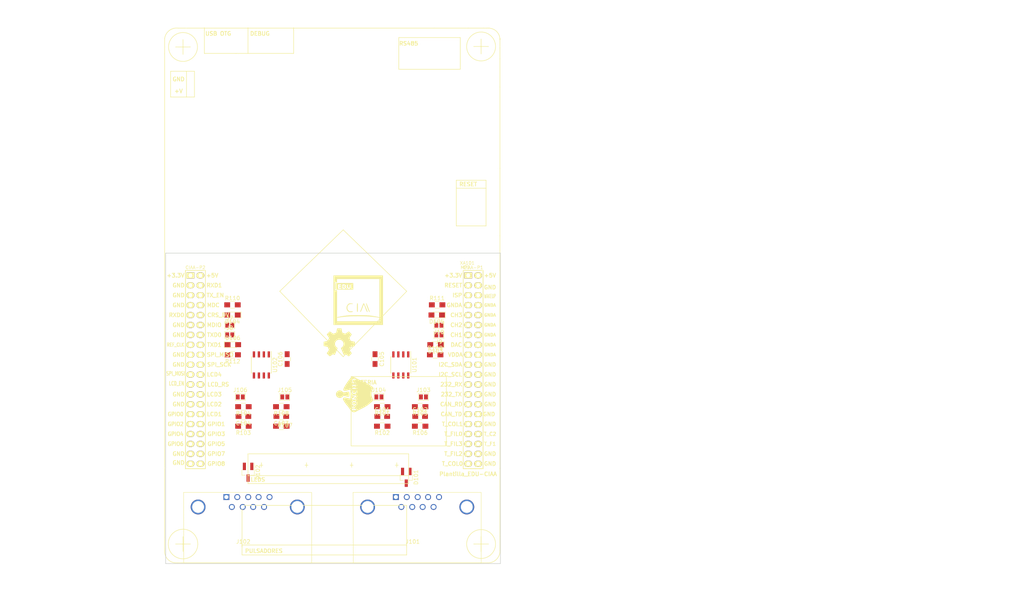
<source format=kicad_pcb>
(kicad_pcb (version 4) (host pcbnew 4.0.7-e2-6376~58~ubuntu16.04.1)

  (general
    (links 92)
    (no_connects 71)
    (area 59.614999 80.569999 145.490001 141.045001)
    (thickness 1.6)
    (drawings 31)
    (tracks 0)
    (zones 0)
    (modules 41)
    (nets 29)
  )

  (page A4)
  (title_block
    (title "Poncho Básico (Cambiar por el nombre del Poncho)")
    (date 2016-08-07)
    (rev 1.0)
    (company "Proyecto CIAA - COMPUTADORA INDUSTRIAL ABIERTA ARGENTINA")
    (comment 1 https://github.com/ciaa/Ponchos/tree/master/Basico/doc)
    (comment 2 "Autores y Licencia del template (Diego Brengi - UNLaM)")
    (comment 3 "Autor del poncho (COMPLETAR NOMBRE Y APELLIDO). Ver directorio \"doc\"")
  )

  (layers
    (0 F.Cu signal)
    (31 B.Cu signal)
    (32 B.Adhes user hide)
    (33 F.Adhes user hide)
    (34 B.Paste user hide)
    (35 F.Paste user)
    (36 B.SilkS user)
    (37 F.SilkS user hide)
    (38 B.Mask user)
    (39 F.Mask user)
    (40 Dwgs.User user)
    (41 Cmts.User user)
    (42 Eco1.User user)
    (43 Eco2.User user)
    (44 Edge.Cuts user)
    (45 Margin user)
    (46 B.CrtYd user)
    (47 F.CrtYd user)
    (48 B.Fab user)
    (49 F.Fab user)
  )

  (setup
    (last_trace_width 0.6)
    (user_trace_width 0.508)
    (user_trace_width 0.6)
    (user_trace_width 0.6)
    (user_trace_width 0.8)
    (user_trace_width 1)
    (user_trace_width 1.016)
    (user_trace_width 1.27)
    (user_trace_width 2)
    (trace_clearance 0.4)
    (zone_clearance 0.508)
    (zone_45_only no)
    (trace_min 0.4)
    (segment_width 0.2)
    (edge_width 0.15)
    (via_size 1.27)
    (via_drill 0.7)
    (via_min_size 0.4)
    (via_min_drill 0.3)
    (uvia_size 1.27)
    (uvia_drill 0.7)
    (uvias_allowed no)
    (uvia_min_size 0)
    (uvia_min_drill 0)
    (pcb_text_width 0.3)
    (pcb_text_size 1.5 1.5)
    (mod_edge_width 0.15)
    (mod_text_size 0.000001 0.000001)
    (mod_text_width 0.15)
    (pad_size 1.4 1.4)
    (pad_drill 0.6)
    (pad_to_mask_clearance 0.05)
    (aux_axis_origin 0 0)
    (grid_origin 64.1 155.2)
    (visible_elements 7FFCEFFF)
    (pcbplotparams
      (layerselection 0x00020_80000000)
      (usegerberextensions false)
      (excludeedgelayer false)
      (linewidth 0.100000)
      (plotframeref false)
      (viasonmask false)
      (mode 1)
      (useauxorigin false)
      (hpglpennumber 1)
      (hpglpenspeed 20)
      (hpglpendiameter 15)
      (hpglpenoverlay 2)
      (psnegative false)
      (psa4output false)
      (plotreference true)
      (plotvalue false)
      (plotinvisibletext false)
      (padsonsilk false)
      (subtractmaskfromsilk false)
      (outputformat 1)
      (mirror false)
      (drillshape 0)
      (scaleselection 1)
      (outputdirectory ""))
  )

  (net 0 "")
  (net 1 +5V)
  (net 2 GND)
  (net 3 GNDA)
  (net 4 "Net-(C101-Pad2)")
  (net 5 "Net-(C102-Pad1)")
  (net 6 "Net-(C103-Pad2)")
  (net 7 "Net-(C104-Pad1)")
  (net 8 "Net-(D101-Pad1)")
  (net 9 "Net-(D101-Pad2)")
  (net 10 "Net-(D102-Pad1)")
  (net 11 "Net-(D102-Pad2)")
  (net 12 "Net-(J7-Pad2)")
  (net 13 "Net-(J8-Pad2)")
  (net 14 "Net-(J9-Pad2)")
  (net 15 "Net-(J10-Pad2)")
  (net 16 "Net-(J103-Pad2)")
  (net 17 "Net-(J105-Pad2)")
  (net 18 "Net-(D103-Pad1)")
  (net 19 "Net-(D103-Pad2)")
  (net 20 "Net-(D104-Pad1)")
  (net 21 "Net-(D104-Pad2)")
  (net 22 "Net-(D105-Pad1)")
  (net 23 "Net-(D105-Pad2)")
  (net 24 "Net-(D106-Pad1)")
  (net 25 "Net-(D106-Pad2)")
  (net 26 "Net-(J104-Pad1)")
  (net 27 "Net-(J106-Pad1)")
  (net 28 +3.3VP)

  (net_class Default "This is the default net class."
    (clearance 0.4)
    (trace_width 0.6)
    (via_dia 1.27)
    (via_drill 0.7)
    (uvia_dia 1.27)
    (uvia_drill 0.7)
    (add_net +3.3VP)
    (add_net +5V)
    (add_net GND)
    (add_net GNDA)
    (add_net "Net-(C101-Pad2)")
    (add_net "Net-(C102-Pad1)")
    (add_net "Net-(C103-Pad2)")
    (add_net "Net-(C104-Pad1)")
    (add_net "Net-(D101-Pad1)")
    (add_net "Net-(D101-Pad2)")
    (add_net "Net-(D102-Pad1)")
    (add_net "Net-(D102-Pad2)")
    (add_net "Net-(D103-Pad1)")
    (add_net "Net-(D103-Pad2)")
    (add_net "Net-(D104-Pad1)")
    (add_net "Net-(D104-Pad2)")
    (add_net "Net-(D105-Pad1)")
    (add_net "Net-(D105-Pad2)")
    (add_net "Net-(D106-Pad1)")
    (add_net "Net-(D106-Pad2)")
    (add_net "Net-(J10-Pad2)")
    (add_net "Net-(J103-Pad2)")
    (add_net "Net-(J104-Pad1)")
    (add_net "Net-(J105-Pad2)")
    (add_net "Net-(J106-Pad1)")
    (add_net "Net-(J7-Pad2)")
    (add_net "Net-(J8-Pad2)")
    (add_net "Net-(J9-Pad2)")
  )

  (module footprint:Plantilla_EDU-CIAA (layer F.Cu) (tedit 5613351C) (tstamp 57A7E46C)
    (at 137.16 86.36)
    (tags "plantilla poncho EDU CIAA")
    (fp_text reference MP? (at -0.762 -2.032) (layer F.SilkS)
      (effects (font (size 0.8 0.8) (thickness 0.12)))
    )
    (fp_text value Plantilla_EDU-CIAA (at -0.03 50.9) (layer F.SilkS)
      (effects (font (size 1.016 1.016) (thickness 0.2032)))
    )
    (fp_circle (center -71.12 0) (end -70.612 0) (layer F.SilkS) (width 0.15))
    (fp_line (start -30.099 48.641) (end -30.226 48.641) (layer F.SilkS) (width 0.15))
    (fp_line (start -29.845 48.641) (end -30.099 48.641) (layer F.SilkS) (width 0.15))
    (fp_line (start -29.845 48.641) (end -29.464 48.641) (layer F.SilkS) (width 0.15))
    (fp_line (start -29.845 48.641) (end -29.845 49.149) (layer F.SilkS) (width 0.15))
    (fp_line (start -29.845 48.641) (end -29.845 48.006) (layer F.SilkS) (width 0.15))
    (fp_line (start -52.959 48.133) (end -52.959 48.006) (layer F.SilkS) (width 0.15))
    (fp_line (start -52.959 48.641) (end -53.34 48.641) (layer F.SilkS) (width 0.15))
    (fp_line (start -52.959 48.641) (end -52.578 48.641) (layer F.SilkS) (width 0.15))
    (fp_line (start -52.959 48.641) (end -52.959 49.149) (layer F.SilkS) (width 0.15))
    (fp_line (start -52.959 48.641) (end -52.959 48.133) (layer F.SilkS) (width 0.15))
    (fp_line (start -41.656 48.641) (end -41.783 48.641) (layer F.SilkS) (width 0.15))
    (fp_line (start -41.402 48.641) (end -41.656 48.641) (layer F.SilkS) (width 0.15))
    (fp_line (start -41.402 48.641) (end -41.021 48.641) (layer F.SilkS) (width 0.15))
    (fp_line (start -41.402 48.641) (end -41.402 49.149) (layer F.SilkS) (width 0.15))
    (fp_line (start -41.402 48.641) (end -41.402 48.006) (layer F.SilkS) (width 0.15))
    (fp_line (start -18.288 48.641) (end -18.669 48.641) (layer F.SilkS) (width 0.15))
    (fp_line (start -18.288 48.641) (end -17.907 48.641) (layer F.SilkS) (width 0.15))
    (fp_line (start -18.288 48.641) (end -18.288 49.149) (layer F.SilkS) (width 0.15))
    (fp_line (start -18.288 48.641) (end -18.288 48.006) (layer F.SilkS) (width 0.15))
    (fp_line (start -73.025 68.834) (end -74.93 68.834) (layer F.SilkS) (width 0.15))
    (fp_line (start -73.025 68.834) (end -71.12 68.834) (layer F.SilkS) (width 0.15))
    (fp_line (start -73.025 68.834) (end -73.025 70.739) (layer F.SilkS) (width 0.15))
    (fp_line (start -73.025 68.834) (end -73.025 66.929) (layer F.SilkS) (width 0.15))
    (fp_circle (center -73.025 68.834) (end -72.136 65.151) (layer F.SilkS) (width 0.15))
    (fp_circle (center 3.302 68.834) (end 6.858 69.85) (layer F.SilkS) (width 0.15))
    (fp_line (start 3.302 68.834) (end 5.207 68.834) (layer F.SilkS) (width 0.15))
    (fp_line (start 3.302 68.834) (end 1.397 68.834) (layer F.SilkS) (width 0.15))
    (fp_line (start 3.302 68.834) (end 3.302 70.739) (layer F.SilkS) (width 0.15))
    (fp_line (start 3.302 68.834) (end 3.302 66.929) (layer F.SilkS) (width 0.15))
    (fp_line (start 3.302 -58.674) (end 1.397 -58.674) (layer F.SilkS) (width 0.15))
    (fp_line (start 3.302 -58.674) (end 5.207 -58.674) (layer F.SilkS) (width 0.15))
    (fp_line (start 3.302 -58.674) (end 3.302 -56.769) (layer F.SilkS) (width 0.15))
    (fp_line (start 3.302 -58.674) (end 3.302 -60.579) (layer F.SilkS) (width 0.15))
    (fp_circle (center 3.302 -58.674) (end 6.731 -57.277) (layer F.SilkS) (width 0.15))
    (fp_circle (center -73.025 -58.547) (end -69.469 -59.563) (layer F.SilkS) (width 0.15))
    (fp_line (start -73.025 -58.547) (end -74.93 -58.547) (layer F.SilkS) (width 0.15))
    (fp_line (start -73.025 -58.547) (end -71.12 -58.547) (layer F.SilkS) (width 0.15))
    (fp_line (start -73.025 -58.547) (end -73.025 -56.642) (layer F.SilkS) (width 0.15))
    (fp_line (start -73.025 -58.547) (end -73.025 -60.452) (layer F.SilkS) (width 0.15))
    (fp_circle (center 0 0) (end 0.508 0) (layer F.SilkS) (width 0.15))
    (fp_line (start -72.136 -45.72) (end -70.104 -45.72) (layer F.SilkS) (width 0.15))
    (fp_line (start -70.104 -45.72) (end -70.104 -52.324) (layer F.SilkS) (width 0.15))
    (fp_line (start -70.104 -52.324) (end -72.136 -52.324) (layer F.SilkS) (width 0.15))
    (fp_text user GND (at -74.168 -50.292) (layer F.SilkS)
      (effects (font (size 1 1) (thickness 0.2)))
    )
    (fp_text user +V (at -74.168 -47.244) (layer F.SilkS)
      (effects (font (size 1 1) (thickness 0.2)))
    )
    (fp_line (start -76.2 -45.72) (end -72.136 -45.72) (layer F.SilkS) (width 0.15))
    (fp_line (start -72.136 -45.72) (end -72.136 -52.324) (layer F.SilkS) (width 0.15))
    (fp_line (start -72.136 -52.324) (end -76.2 -52.324) (layer F.SilkS) (width 0.15))
    (fp_line (start -76.2 -52.324) (end -76.2 -45.72) (layer F.SilkS) (width 0.15))
    (fp_text user DEBUG (at -53.34 -61.976) (layer F.SilkS)
      (effects (font (size 1 1) (thickness 0.2)))
    )
    (fp_text user "USB OTG" (at -64.008 -61.976) (layer F.SilkS)
      (effects (font (size 1 1) (thickness 0.2)))
    )
    (fp_line (start -56.388 -56.896) (end -56.388 -63.5) (layer F.SilkS) (width 0.15))
    (fp_line (start -44.704 -62.992) (end -44.704 -63.5) (layer F.SilkS) (width 0.15))
    (fp_line (start -67.564 -56.896) (end -67.564 -62.992) (layer F.SilkS) (width 0.15))
    (fp_line (start -67.564 -62.992) (end -67.564 -63.5) (layer F.SilkS) (width 0.15))
    (fp_line (start -44.704 -62.992) (end -44.704 -56.896) (layer F.SilkS) (width 0.15))
    (fp_line (start -44.704 -56.896) (end -59.436 -56.896) (layer F.SilkS) (width 0.15))
    (fp_line (start -67.564 -56.896) (end -59.436 -56.896) (layer F.SilkS) (width 0.15))
    (fp_text user RS485 (at -15.24 -59.436) (layer F.SilkS)
      (effects (font (size 1 1) (thickness 0.2)))
    )
    (fp_line (start -17.78 -52.832) (end -2.032 -52.832) (layer F.SilkS) (width 0.15))
    (fp_line (start -2.032 -52.832) (end -2.032 -60.96) (layer F.SilkS) (width 0.15))
    (fp_line (start -2.032 -60.96) (end -17.78 -60.96) (layer F.SilkS) (width 0.15))
    (fp_line (start -17.78 -60.96) (end -17.78 -52.832) (layer F.SilkS) (width 0.15))
    (fp_line (start -32.004 20.828) (end -48.26 4.064) (layer F.SilkS) (width 0.15))
    (fp_line (start -48.26 4.064) (end -32.004 -11.684) (layer F.SilkS) (width 0.15))
    (fp_line (start -32.004 -11.684) (end -15.748 4.064) (layer F.SilkS) (width 0.15))
    (fp_line (start -15.748 4.064) (end -32.004 20.828) (layer F.SilkS) (width 0.15))
    (fp_text user RESET (at 0 -23.368) (layer F.SilkS)
      (effects (font (size 1 1) (thickness 0.2)))
    )
    (fp_line (start -57.912 71.628) (end -57.912 69.088) (layer F.SilkS) (width 0.15))
    (fp_line (start -57.912 71.628) (end -15.748 71.628) (layer F.SilkS) (width 0.15))
    (fp_line (start -15.748 71.628) (end -15.748 69.088) (layer F.SilkS) (width 0.15))
    (fp_line (start -57.912 69.088) (end -15.748 69.088) (layer F.SilkS) (width 0.15))
    (fp_line (start -56.388 53.34) (end -56.388 51.308) (layer F.SilkS) (width 0.15))
    (fp_line (start -56.388 53.34) (end -15.24 53.34) (layer F.SilkS) (width 0.15))
    (fp_line (start -15.24 53.34) (end -15.24 51.308) (layer F.SilkS) (width 0.15))
    (fp_line (start 4.572 -22.352) (end -3.048 -22.352) (layer F.SilkS) (width 0.15))
    (fp_line (start -3.048 -12.7) (end 4.572 -12.7) (layer F.SilkS) (width 0.15))
    (fp_line (start 4.572 -12.7) (end 4.572 -24.384) (layer F.SilkS) (width 0.15))
    (fp_line (start 4.572 -24.384) (end -3.048 -24.384) (layer F.SilkS) (width 0.15))
    (fp_line (start -3.048 -24.384) (end -3.048 -12.7) (layer F.SilkS) (width 0.15))
    (fp_text user BATERIA (at -26.416 27.432) (layer F.SilkS)
      (effects (font (size 1 1) (thickness 0.2)))
    )
    (fp_line (start -29.972 43.688) (end -5.588 43.688) (layer F.SilkS) (width 0.15))
    (fp_line (start -5.588 43.688) (end -5.588 25.908) (layer F.SilkS) (width 0.15))
    (fp_line (start -5.588 25.908) (end -29.972 25.908) (layer F.SilkS) (width 0.15))
    (fp_line (start -29.972 25.908) (end -29.972 43.688) (layer F.SilkS) (width 0.15))
    (fp_text user LEDS (at -53.848 52.324) (layer F.SilkS)
      (effects (font (size 1 1) (thickness 0.2)))
    )
    (fp_line (start -56.388 51.308) (end -15.24 51.308) (layer F.SilkS) (width 0.15))
    (fp_line (start -15.24 51.308) (end -15.24 45.72) (layer F.SilkS) (width 0.15))
    (fp_line (start -15.24 45.72) (end -56.388 45.72) (layer F.SilkS) (width 0.15))
    (fp_line (start -56.388 45.72) (end -56.388 51.308) (layer F.SilkS) (width 0.15))
    (fp_text user PULSADORES (at -52.324 70.612) (layer F.SilkS)
      (effects (font (size 1 1) (thickness 0.2)))
    )
    (fp_line (start -15.748 69.596) (end -15.748 58.928) (layer F.SilkS) (width 0.15))
    (fp_line (start -15.748 58.928) (end -57.912 58.928) (layer F.SilkS) (width 0.15))
    (fp_line (start -57.912 58.928) (end -57.912 69.596) (layer F.SilkS) (width 0.15))
    (fp_line (start -77.724 49.276) (end -77.724 -1.27) (layer F.SilkS) (width 0.15))
    (fp_arc (start -74.803 70.739) (end -74.93 73.66) (angle 90) (layer F.SilkS) (width 0.15))
    (fp_arc (start 5.08 70.612) (end 8.128 70.485) (angle 90) (layer F.SilkS) (width 0.15))
    (fp_arc (start 5.207 -60.452) (end 5.207 -63.373) (angle 90) (layer F.SilkS) (width 0.15))
    (fp_line (start -77.724 -60.706) (end -77.724 -56.769) (layer F.SilkS) (width 0.15))
    (fp_line (start -72.263 -63.373) (end -74.295 -63.373) (layer F.SilkS) (width 0.15))
    (fp_arc (start -74.676 -60.325) (end -77.724 -60.706) (angle 90) (layer F.SilkS) (width 0.15))
    (fp_line (start 5.461 -63.373) (end 4.826 -63.373) (layer F.SilkS) (width 0.15))
    (fp_line (start 8.128 -60.579) (end 8.128 -60.706) (layer F.SilkS) (width 0.15))
    (fp_line (start 8.128 -60.706) (end 8.128 -60.452) (layer F.SilkS) (width 0.15))
    (fp_line (start 3.937 -63.373) (end 4.826 -63.373) (layer F.SilkS) (width 0.15))
    (fp_line (start 0 -63.373) (end 3.937 -63.373) (layer F.SilkS) (width 0.15))
    (fp_line (start 8.128 -58.293) (end 8.128 -60.579) (layer F.SilkS) (width 0.15))
    (fp_line (start 0 -63.373) (end -8.636 -63.373) (layer F.SilkS) (width 0.15))
    (fp_line (start -8.636 -63.373) (end -72.136 -63.373) (layer F.SilkS) (width 0.15))
    (fp_line (start -77.724 -1.27) (end -77.724 -56.769) (layer F.SilkS) (width 0.15))
    (fp_line (start 8.128 -1.27) (end 8.128 -10.16) (layer F.SilkS) (width 0.15))
    (fp_line (start 8.128 -10.16) (end 8.128 -27.432) (layer F.SilkS) (width 0.15))
    (fp_line (start 8.128 -27.432) (end 8.128 -48.26) (layer F.SilkS) (width 0.15))
    (fp_line (start 8.128 -48.26) (end 8.128 -55.499) (layer F.SilkS) (width 0.15))
    (fp_line (start 8.128 -55.499) (end 8.128 -58.293) (layer F.SilkS) (width 0.15))
    (fp_line (start -77.724 70.612) (end -77.724 70.104) (layer F.SilkS) (width 0.15))
    (fp_line (start -74.422 73.66) (end -74.93 73.66) (layer F.SilkS) (width 0.15))
    (fp_line (start -73.025 73.66) (end -74.422 73.66) (layer F.SilkS) (width 0.15))
    (fp_line (start -77.724 67.056) (end -77.724 70.104) (layer F.SilkS) (width 0.15))
    (fp_line (start 3.302 73.66) (end 5.207 73.66) (layer F.SilkS) (width 0.15))
    (fp_line (start 8.128 66.802) (end 8.128 70.485) (layer F.SilkS) (width 0.15))
    (fp_line (start 8.128 49.403) (end 8.128 66.802) (layer F.SilkS) (width 0.15))
    (fp_line (start -77.724 49.403) (end -77.724 67.056) (layer F.SilkS) (width 0.15))
    (fp_line (start 3.302 73.66) (end -73.025 73.66) (layer F.SilkS) (width 0.15))
    (fp_line (start 8.128 0) (end 8.128 -1.27) (layer F.SilkS) (width 0.15))
    (fp_line (start 8.128 0) (end 8.128 49.53) (layer F.SilkS) (width 0.15))
    (fp_line (start -72.39 0) (end -72.39 -1.27) (layer F.SilkS) (width 0.15))
    (fp_line (start -72.39 -1.27) (end -67.31 -1.27) (layer F.SilkS) (width 0.15))
    (fp_line (start -67.31 -1.27) (end -67.31 49.53) (layer F.SilkS) (width 0.15))
    (fp_line (start -67.31 49.53) (end -72.39 49.53) (layer F.SilkS) (width 0.15))
    (fp_line (start -72.39 49.53) (end -72.39 0) (layer F.SilkS) (width 0.15))
    (fp_line (start -1.27 49.53) (end -1.27 -1.27) (layer F.SilkS) (width 0.15))
    (fp_line (start 3.81 49.53) (end 3.81 -1.27) (layer F.SilkS) (width 0.15))
    (fp_line (start 3.81 49.53) (end -1.27 49.53) (layer F.SilkS) (width 0.15))
    (fp_line (start 3.81 -1.27) (end -1.27 -1.27) (layer F.SilkS) (width 0.15))
  )

  (module Resistors_SMD:R_0805_HandSoldering (layer F.Cu) (tedit 58E0A804) (tstamp 5BBC1C82)
    (at 76.85 106.7 180)
    (descr "Resistor SMD 0805, hand soldering")
    (tags "resistor 0805")
    (path /5BBC55BF)
    (attr smd)
    (fp_text reference R112 (at 0 -1.7 180) (layer F.SilkS)
      (effects (font (size 1 1) (thickness 0.15)))
    )
    (fp_text value 270 (at 0 1.75 180) (layer F.Fab)
      (effects (font (size 1 1) (thickness 0.15)))
    )
    (fp_text user %R (at -0.8 1.7 180) (layer F.Fab)
      (effects (font (size 0.5 0.5) (thickness 0.075)))
    )
    (fp_line (start -1 0.62) (end -1 -0.62) (layer F.Fab) (width 0.1))
    (fp_line (start 1 0.62) (end -1 0.62) (layer F.Fab) (width 0.1))
    (fp_line (start 1 -0.62) (end 1 0.62) (layer F.Fab) (width 0.1))
    (fp_line (start -1 -0.62) (end 1 -0.62) (layer F.Fab) (width 0.1))
    (fp_line (start 0.6 0.88) (end -0.6 0.88) (layer F.SilkS) (width 0.12))
    (fp_line (start -0.6 -0.88) (end 0.6 -0.88) (layer F.SilkS) (width 0.12))
    (fp_line (start -2.35 -0.9) (end 2.35 -0.9) (layer F.CrtYd) (width 0.05))
    (fp_line (start -2.35 -0.9) (end -2.35 0.9) (layer F.CrtYd) (width 0.05))
    (fp_line (start 2.35 0.9) (end 2.35 -0.9) (layer F.CrtYd) (width 0.05))
    (fp_line (start 2.35 0.9) (end -2.35 0.9) (layer F.CrtYd) (width 0.05))
    (pad 1 smd rect (at -1.35 0 180) (size 1.5 1.3) (layers F.Cu F.Paste F.Mask)
      (net 25 "Net-(D106-Pad2)"))
    (pad 2 smd rect (at 1.35 0 180) (size 1.5 1.3) (layers F.Cu F.Paste F.Mask)
      (net 1 +5V))
    (model ${KISYS3DMOD}/Resistors_SMD.3dshapes/R_0805.wrl
      (at (xyz 0 0 0))
      (scale (xyz 1 1 1))
      (rotate (xyz 0 0 0))
    )
  )

  (module Resistors_SMD:R_0805_HandSoldering (layer F.Cu) (tedit 58E0A804) (tstamp 5BBC1C72)
    (at 129.2 93.9)
    (descr "Resistor SMD 0805, hand soldering")
    (tags "resistor 0805")
    (path /5BBC3D16)
    (attr smd)
    (fp_text reference R111 (at 0 -1.7) (layer F.SilkS)
      (effects (font (size 1 1) (thickness 0.15)))
    )
    (fp_text value 270 (at 0 1.75) (layer F.Fab)
      (effects (font (size 1 1) (thickness 0.15)))
    )
    (fp_text user %R (at 0 0) (layer F.Fab)
      (effects (font (size 0.5 0.5) (thickness 0.075)))
    )
    (fp_line (start -1 0.62) (end -1 -0.62) (layer F.Fab) (width 0.1))
    (fp_line (start 1 0.62) (end -1 0.62) (layer F.Fab) (width 0.1))
    (fp_line (start 1 -0.62) (end 1 0.62) (layer F.Fab) (width 0.1))
    (fp_line (start -1 -0.62) (end 1 -0.62) (layer F.Fab) (width 0.1))
    (fp_line (start 0.6 0.88) (end -0.6 0.88) (layer F.SilkS) (width 0.12))
    (fp_line (start -0.6 -0.88) (end 0.6 -0.88) (layer F.SilkS) (width 0.12))
    (fp_line (start -2.35 -0.9) (end 2.35 -0.9) (layer F.CrtYd) (width 0.05))
    (fp_line (start -2.35 -0.9) (end -2.35 0.9) (layer F.CrtYd) (width 0.05))
    (fp_line (start 2.35 0.9) (end 2.35 -0.9) (layer F.CrtYd) (width 0.05))
    (fp_line (start 2.35 0.9) (end -2.35 0.9) (layer F.CrtYd) (width 0.05))
    (pad 1 smd rect (at -1.35 0) (size 1.5 1.3) (layers F.Cu F.Paste F.Mask)
      (net 23 "Net-(D105-Pad2)"))
    (pad 2 smd rect (at 1.35 0) (size 1.5 1.3) (layers F.Cu F.Paste F.Mask)
      (net 1 +5V))
    (model ${KISYS3DMOD}/Resistors_SMD.3dshapes/R_0805.wrl
      (at (xyz 0 0 0))
      (scale (xyz 1 1 1))
      (rotate (xyz 0 0 0))
    )
  )

  (module LEDs:LED_0805_HandSoldering (layer F.Cu) (tedit 595FCA25) (tstamp 5BBC1C3E)
    (at 76.9 104.1)
    (descr "Resistor SMD 0805, hand soldering")
    (tags "resistor 0805")
    (path /5BBC55B3)
    (attr smd)
    (fp_text reference D106 (at 0 -1.7) (layer F.SilkS)
      (effects (font (size 1 1) (thickness 0.15)))
    )
    (fp_text value LED_RX (at 0 1.75) (layer F.Fab)
      (effects (font (size 1 1) (thickness 0.15)))
    )
    (fp_line (start -0.4 -0.4) (end -0.4 0.4) (layer F.Fab) (width 0.1))
    (fp_line (start -0.4 0) (end 0.2 -0.4) (layer F.Fab) (width 0.1))
    (fp_line (start 0.2 0.4) (end -0.4 0) (layer F.Fab) (width 0.1))
    (fp_line (start 0.2 -0.4) (end 0.2 0.4) (layer F.Fab) (width 0.1))
    (fp_line (start -1 0.62) (end -1 -0.62) (layer F.Fab) (width 0.1))
    (fp_line (start 1 0.62) (end -1 0.62) (layer F.Fab) (width 0.1))
    (fp_line (start 1 -0.62) (end 1 0.62) (layer F.Fab) (width 0.1))
    (fp_line (start -1 -0.62) (end 1 -0.62) (layer F.Fab) (width 0.1))
    (fp_line (start 1 0.75) (end -2.2 0.75) (layer F.SilkS) (width 0.12))
    (fp_line (start -2.2 -0.75) (end 1 -0.75) (layer F.SilkS) (width 0.12))
    (fp_line (start -2.35 -0.9) (end 2.35 -0.9) (layer F.CrtYd) (width 0.05))
    (fp_line (start -2.35 -0.9) (end -2.35 0.9) (layer F.CrtYd) (width 0.05))
    (fp_line (start 2.35 0.9) (end 2.35 -0.9) (layer F.CrtYd) (width 0.05))
    (fp_line (start 2.35 0.9) (end -2.35 0.9) (layer F.CrtYd) (width 0.05))
    (fp_line (start -2.2 -0.75) (end -2.2 0.75) (layer F.SilkS) (width 0.12))
    (pad 1 smd rect (at -1.35 0) (size 1.5 1.3) (layers F.Cu F.Paste F.Mask)
      (net 24 "Net-(D106-Pad1)"))
    (pad 2 smd rect (at 1.35 0) (size 1.5 1.3) (layers F.Cu F.Paste F.Mask)
      (net 25 "Net-(D106-Pad2)"))
    (model ${KISYS3DMOD}/LEDs.3dshapes/LED_0805.wrl
      (at (xyz 0 0 0))
      (scale (xyz 1 1 1))
      (rotate (xyz 0 0 0))
    )
  )

  (module LEDs:LED_0805_HandSoldering (layer F.Cu) (tedit 595FCA25) (tstamp 5BBC1C2A)
    (at 129.1 96.5 180)
    (descr "Resistor SMD 0805, hand soldering")
    (tags "resistor 0805")
    (path /5BBC37FE)
    (attr smd)
    (fp_text reference D105 (at 0 -1.7 180) (layer F.SilkS)
      (effects (font (size 1 1) (thickness 0.15)))
    )
    (fp_text value LED_TX (at 0 1.75 180) (layer F.Fab)
      (effects (font (size 1 1) (thickness 0.15)))
    )
    (fp_line (start -0.4 -0.4) (end -0.4 0.4) (layer F.Fab) (width 0.1))
    (fp_line (start -0.4 0) (end 0.2 -0.4) (layer F.Fab) (width 0.1))
    (fp_line (start 0.2 0.4) (end -0.4 0) (layer F.Fab) (width 0.1))
    (fp_line (start 0.2 -0.4) (end 0.2 0.4) (layer F.Fab) (width 0.1))
    (fp_line (start -1 0.62) (end -1 -0.62) (layer F.Fab) (width 0.1))
    (fp_line (start 1 0.62) (end -1 0.62) (layer F.Fab) (width 0.1))
    (fp_line (start 1 -0.62) (end 1 0.62) (layer F.Fab) (width 0.1))
    (fp_line (start -1 -0.62) (end 1 -0.62) (layer F.Fab) (width 0.1))
    (fp_line (start 1 0.75) (end -2.2 0.75) (layer F.SilkS) (width 0.12))
    (fp_line (start -2.2 -0.75) (end 1 -0.75) (layer F.SilkS) (width 0.12))
    (fp_line (start -2.35 -0.9) (end 2.35 -0.9) (layer F.CrtYd) (width 0.05))
    (fp_line (start -2.35 -0.9) (end -2.35 0.9) (layer F.CrtYd) (width 0.05))
    (fp_line (start 2.35 0.9) (end 2.35 -0.9) (layer F.CrtYd) (width 0.05))
    (fp_line (start 2.35 0.9) (end -2.35 0.9) (layer F.CrtYd) (width 0.05))
    (fp_line (start -2.2 -0.75) (end -2.2 0.75) (layer F.SilkS) (width 0.12))
    (pad 1 smd rect (at -1.35 0 180) (size 1.5 1.3) (layers F.Cu F.Paste F.Mask)
      (net 22 "Net-(D105-Pad1)"))
    (pad 2 smd rect (at 1.35 0 180) (size 1.5 1.3) (layers F.Cu F.Paste F.Mask)
      (net 23 "Net-(D105-Pad2)"))
    (model ${KISYS3DMOD}/LEDs.3dshapes/LED_0805.wrl
      (at (xyz 0 0 0))
      (scale (xyz 1 1 1))
      (rotate (xyz 0 0 0))
    )
  )

  (module footprint:Conn_Poncho_SinBorde locked (layer F.Cu) (tedit 560F0DC0) (tstamp 57A7DEE4)
    (at 137.16 86.36)
    (tags "CONN Poncho")
    (path /57A7A0F8)
    (fp_text reference XA101 (at -0.254 -3.175) (layer F.SilkS)
      (effects (font (size 0.8 0.8) (thickness 0.12)))
    )
    (fp_text value Conn_Poncho2P_2x_20x2 (at -1.905 51.181) (layer F.SilkS) hide
      (effects (font (size 1.016 1.016) (thickness 0.2032)))
    )
    (fp_text user GPIO8 (at -64.516 48.26) (layer F.SilkS)
      (effects (font (size 1 1) (thickness 0.2)))
    )
    (fp_text user GPIO7 (at -64.516 45.72) (layer F.SilkS)
      (effects (font (size 1 1) (thickness 0.2)))
    )
    (fp_text user GPIO5 (at -64.516 43.18) (layer F.SilkS)
      (effects (font (size 1 1) (thickness 0.2)))
    )
    (fp_text user GPIO3 (at -64.516 40.64) (layer F.SilkS)
      (effects (font (size 1 1) (thickness 0.2)))
    )
    (fp_text user GPIO1 (at -64.516 38.1) (layer F.SilkS)
      (effects (font (size 1 1) (thickness 0.2)))
    )
    (fp_text user LCD1 (at -65.024 35.56) (layer F.SilkS)
      (effects (font (size 1 1) (thickness 0.2)))
    )
    (fp_text user LCD2 (at -65.024 33.02) (layer F.SilkS)
      (effects (font (size 1 1) (thickness 0.2)))
    )
    (fp_text user LCD3 (at -65.024 30.48) (layer F.SilkS)
      (effects (font (size 1 1) (thickness 0.2)))
    )
    (fp_text user LCD_RS (at -64.008 27.94) (layer F.SilkS)
      (effects (font (size 1 1) (thickness 0.2)))
    )
    (fp_text user LCD4 (at -65.024 25.4) (layer F.SilkS)
      (effects (font (size 1 1) (thickness 0.2)))
    )
    (fp_text user SPI_SCK (at -63.754 22.86) (layer F.SilkS)
      (effects (font (size 1 1) (thickness 0.2)))
    )
    (fp_text user SPI_MISO (at -63.5 20.32) (layer F.SilkS)
      (effects (font (size 1 1) (thickness 0.2)))
    )
    (fp_text user TXD1 (at -65.024 17.78) (layer F.SilkS)
      (effects (font (size 1 1) (thickness 0.2)))
    )
    (fp_text user TXD0 (at -65.024 15.24) (layer F.SilkS)
      (effects (font (size 1 1) (thickness 0.2)))
    )
    (fp_text user MDIO (at -65.024 12.7) (layer F.SilkS)
      (effects (font (size 1 1) (thickness 0.2)))
    )
    (fp_text user CRS_DV (at -64.008 10.16) (layer F.SilkS)
      (effects (font (size 1 1) (thickness 0.2)))
    )
    (fp_text user MDC (at -65.278 7.62) (layer F.SilkS)
      (effects (font (size 1 1) (thickness 0.2)))
    )
    (fp_text user TX_EN (at -64.77 5.08) (layer F.SilkS)
      (effects (font (size 1 1) (thickness 0.2)))
    )
    (fp_text user RXD1 (at -65.024 2.54) (layer F.SilkS)
      (effects (font (size 1 1) (thickness 0.2)))
    )
    (fp_text user +5V (at -65.532 0) (layer F.SilkS)
      (effects (font (size 1 1) (thickness 0.2)))
    )
    (fp_text user GND (at -74.168 48.006) (layer F.SilkS)
      (effects (font (size 1 1) (thickness 0.2)))
    )
    (fp_text user GND (at -74.168 45.72) (layer F.SilkS)
      (effects (font (size 1 1) (thickness 0.2)))
    )
    (fp_text user GPIO6 (at -74.93 43.18) (layer F.SilkS)
      (effects (font (size 1 0.9) (thickness 0.2)))
    )
    (fp_text user GPIO4 (at -74.93 40.64) (layer F.SilkS)
      (effects (font (size 1 0.9) (thickness 0.2)))
    )
    (fp_text user GPIO2 (at -74.93 38.1) (layer F.SilkS)
      (effects (font (size 1 0.9) (thickness 0.2)))
    )
    (fp_text user GPIO0 (at -74.93 35.56) (layer F.SilkS)
      (effects (font (size 1 0.9) (thickness 0.2)))
    )
    (fp_text user GND (at -74.168 33.02) (layer F.SilkS)
      (effects (font (size 1 1) (thickness 0.2)))
    )
    (fp_text user GND (at -74.168 30.48) (layer F.SilkS)
      (effects (font (size 1 1) (thickness 0.2)))
    )
    (fp_text user LCD_EN (at -74.676 27.686) (layer F.SilkS)
      (effects (font (size 1 0.7) (thickness 0.17)))
    )
    (fp_text user SPI_MOSI (at -74.93 25.146) (layer F.SilkS)
      (effects (font (size 1 0.7) (thickness 0.17)))
    )
    (fp_text user GND (at -74.168 22.86) (layer F.SilkS)
      (effects (font (size 1 1) (thickness 0.2)))
    )
    (fp_text user GND (at -74.168 20.32) (layer F.SilkS)
      (effects (font (size 1 1) (thickness 0.2)))
    )
    (fp_text user REF_CLK (at -74.93 17.78) (layer F.SilkS)
      (effects (font (size 0.9 0.7) (thickness 0.175)))
    )
    (fp_text user GND (at -74.168 15.24) (layer F.SilkS)
      (effects (font (size 1 1) (thickness 0.2)))
    )
    (fp_text user GND (at -74.168 12.7) (layer F.SilkS)
      (effects (font (size 1 1) (thickness 0.2)))
    )
    (fp_text user GND (at -74.168 7.62) (layer F.SilkS)
      (effects (font (size 1 1) (thickness 0.2)))
    )
    (fp_text user RXD0 (at -74.676 10.16) (layer F.SilkS)
      (effects (font (size 1 1) (thickness 0.2)))
    )
    (fp_text user GND (at -74.168 5.08) (layer F.SilkS)
      (effects (font (size 1 1) (thickness 0.2)))
    )
    (fp_text user GND (at -74.168 2.54) (layer F.SilkS)
      (effects (font (size 1 1) (thickness 0.2)))
    )
    (fp_text user +3.3V (at -74.93 0) (layer F.SilkS)
      (effects (font (size 1 1) (thickness 0.2)))
    )
    (fp_text user GND (at 5.588 48.26) (layer F.SilkS)
      (effects (font (size 1 1) (thickness 0.2)))
    )
    (fp_text user GND (at 5.588 45.72) (layer F.SilkS)
      (effects (font (size 1 1) (thickness 0.2)))
    )
    (fp_text user T_F1 (at 5.588 43.18) (layer F.SilkS)
      (effects (font (size 0.9 0.9) (thickness 0.18)))
    )
    (fp_text user T_C2 (at 5.588 40.64) (layer F.SilkS)
      (effects (font (size 0.9 0.9) (thickness 0.18)))
    )
    (fp_text user GND (at 5.588 38.1) (layer F.SilkS)
      (effects (font (size 1 1) (thickness 0.2)))
    )
    (fp_text user GND (at 5.334 35.56) (layer F.SilkS)
      (effects (font (size 1 1) (thickness 0.2)))
    )
    (fp_text user GND (at 5.588 33.02) (layer F.SilkS)
      (effects (font (size 1 1) (thickness 0.2)))
    )
    (fp_text user GND (at 5.588 30.48) (layer F.SilkS)
      (effects (font (size 1 1) (thickness 0.2)))
    )
    (fp_text user GND (at 5.588 27.94) (layer F.SilkS)
      (effects (font (size 1 1) (thickness 0.2)))
    )
    (fp_text user GND (at 5.588 25.4) (layer F.SilkS)
      (effects (font (size 1 1) (thickness 0.2)))
    )
    (fp_text user GND (at 5.588 22.86) (layer F.SilkS)
      (effects (font (size 1 1) (thickness 0.2)))
    )
    (fp_text user GNDA (at 5.588 20.32) (layer F.SilkS)
      (effects (font (size 0.76 0.76) (thickness 0.19)))
    )
    (fp_text user GNDA (at 5.588 17.78) (layer F.SilkS)
      (effects (font (size 0.76 0.76) (thickness 0.19)))
    )
    (fp_text user GNDA (at 5.588 15.24) (layer F.SilkS)
      (effects (font (size 0.76 0.76) (thickness 0.19)))
    )
    (fp_text user GNDA (at 5.588 12.7) (layer F.SilkS)
      (effects (font (size 0.76 0.76) (thickness 0.19)))
    )
    (fp_text user GNDA (at 5.588 10.16) (layer F.SilkS)
      (effects (font (size 0.76 0.76) (thickness 0.19)))
    )
    (fp_text user GNDA (at 5.588 7.62) (layer F.SilkS)
      (effects (font (size 0.76 0.76) (thickness 0.19)))
    )
    (fp_text user WAKEUP (at 5.588 5.334) (layer F.SilkS)
      (effects (font (size 1 0.5) (thickness 0.125)))
    )
    (fp_text user GND (at 5.588 3.048) (layer F.SilkS)
      (effects (font (size 1 1) (thickness 0.2)))
    )
    (fp_text user +5V (at 5.588 0) (layer F.SilkS)
      (effects (font (size 1 1) (thickness 0.2)))
    )
    (fp_text user T_COL0 (at -4.064 48.26) (layer F.SilkS)
      (effects (font (size 1 1) (thickness 0.2)))
    )
    (fp_text user T_FIL2 (at -3.81 45.72) (layer F.SilkS)
      (effects (font (size 1 1) (thickness 0.2)))
    )
    (fp_text user T_FIL3 (at -3.81 43.18) (layer F.SilkS)
      (effects (font (size 1 1) (thickness 0.2)))
    )
    (fp_text user T_FIL0 (at -3.81 40.64) (layer F.SilkS)
      (effects (font (size 1 1) (thickness 0.2)))
    )
    (fp_text user T_COL1 (at -4.064 38.1) (layer F.SilkS)
      (effects (font (size 1 1) (thickness 0.2)))
    )
    (fp_text user CAN_TD (at -4.318 35.56) (layer F.SilkS)
      (effects (font (size 1 1) (thickness 0.2)))
    )
    (fp_text user CAN_RD (at -4.318 33.02) (layer F.SilkS)
      (effects (font (size 1 1) (thickness 0.2)))
    )
    (fp_text user 232_TX (at -4.318 30.48) (layer F.SilkS)
      (effects (font (size 1 1) (thickness 0.2)))
    )
    (fp_text user 232_RX (at -4.318 27.94) (layer F.SilkS)
      (effects (font (size 1 1) (thickness 0.2)))
    )
    (fp_text user I2C_SCL (at -4.572 25.4) (layer F.SilkS)
      (effects (font (size 1 1) (thickness 0.2)))
    )
    (fp_text user I2C_SDA (at -4.572 22.86) (layer F.SilkS)
      (effects (font (size 1 1) (thickness 0.2)))
    )
    (fp_text user VDDA (at -3.302 20.32) (layer F.SilkS)
      (effects (font (size 1 1) (thickness 0.2)))
    )
    (fp_text user DAC (at -3.048 17.78) (layer F.SilkS)
      (effects (font (size 1 1) (thickness 0.2)))
    )
    (fp_text user CH1 (at -3.048 15.24) (layer F.SilkS)
      (effects (font (size 1 1) (thickness 0.2)))
    )
    (fp_text user CH2 (at -3.048 12.7) (layer F.SilkS)
      (effects (font (size 1 1) (thickness 0.2)))
    )
    (fp_text user CH3 (at -3.048 10.16) (layer F.SilkS)
      (effects (font (size 1 1) (thickness 0.2)))
    )
    (fp_text user GNDA (at -3.556 7.62) (layer F.SilkS)
      (effects (font (size 1 1) (thickness 0.2)))
    )
    (fp_text user ISP (at -2.794 5.08) (layer F.SilkS)
      (effects (font (size 1 1) (thickness 0.2)))
    )
    (fp_text user RESET (at -3.81 2.54) (layer F.SilkS)
      (effects (font (size 1 1) (thickness 0.2)))
    )
    (fp_text user CIAA-P2 (at -69.85 -2.032) (layer F.SilkS)
      (effects (font (size 0.8 0.8) (thickness 0.12)))
    )
    (fp_text user CIAA-P1 (at 1.27 -2.032) (layer F.SilkS)
      (effects (font (size 0.8 0.8) (thickness 0.12)))
    )
    (fp_text user +3.3V (at -3.81 0) (layer F.SilkS)
      (effects (font (size 1 1) (thickness 0.2)))
    )
    (fp_line (start -72.39 0) (end -72.39 -1.27) (layer F.SilkS) (width 0.15))
    (fp_line (start -72.39 -1.27) (end -67.31 -1.27) (layer F.SilkS) (width 0.15))
    (fp_line (start -67.31 -1.27) (end -67.31 49.53) (layer F.SilkS) (width 0.15))
    (fp_line (start -67.31 49.53) (end -72.39 49.53) (layer F.SilkS) (width 0.15))
    (fp_line (start -72.39 49.53) (end -72.39 0) (layer F.SilkS) (width 0.15))
    (fp_line (start -1.27 49.53) (end -1.27 -1.27) (layer F.SilkS) (width 0.15))
    (fp_line (start 3.81 49.53) (end 3.81 -1.27) (layer F.SilkS) (width 0.15))
    (fp_line (start 3.81 49.53) (end -1.27 49.53) (layer F.SilkS) (width 0.15))
    (fp_line (start 3.81 -1.27) (end -1.27 -1.27) (layer F.SilkS) (width 0.15))
    (pad 1 thru_hole rect (at 0 0 270) (size 1.524 2) (drill 1.016) (layers *.Cu *.Mask F.SilkS)
      (net 28 +3.3VP))
    (pad 2 thru_hole oval (at 2.54 0 270) (size 1.524 2) (drill 1.016) (layers *.Cu *.Mask F.SilkS)
      (net 1 +5V))
    (pad 11 thru_hole oval (at 0 12.7 270) (size 1.524 2) (drill 1.016) (layers *.Cu *.Mask F.SilkS))
    (pad 4 thru_hole oval (at 2.54 2.54 270) (size 1.524 2) (drill 1.016) (layers *.Cu *.Mask F.SilkS)
      (net 2 GND))
    (pad 13 thru_hole oval (at 0 15.24 270) (size 1.524 2) (drill 1.016) (layers *.Cu *.Mask F.SilkS))
    (pad 6 thru_hole oval (at 2.54 5.08 270) (size 1.524 2) (drill 1.016) (layers *.Cu *.Mask F.SilkS))
    (pad 15 thru_hole oval (at 0 17.78 270) (size 1.524 2) (drill 1.016) (layers *.Cu *.Mask F.SilkS))
    (pad 8 thru_hole oval (at 2.54 7.62 270) (size 1.524 2) (drill 1.016) (layers *.Cu *.Mask F.SilkS)
      (net 3 GNDA))
    (pad 17 thru_hole oval (at 0 20.32 270) (size 1.524 2) (drill 1.016) (layers *.Cu *.Mask F.SilkS))
    (pad 10 thru_hole oval (at 2.54 10.16 270) (size 1.524 2) (drill 1.016) (layers *.Cu *.Mask F.SilkS)
      (net 3 GNDA))
    (pad 19 thru_hole oval (at 0 22.86 270) (size 1.524 2) (drill 1.016) (layers *.Cu *.Mask F.SilkS))
    (pad 12 thru_hole oval (at 2.54 12.7 270) (size 1.524 2) (drill 1.016) (layers *.Cu *.Mask F.SilkS)
      (net 3 GNDA))
    (pad 21 thru_hole oval (at 0 25.4 270) (size 1.524 2) (drill 1.016) (layers *.Cu *.Mask F.SilkS))
    (pad 14 thru_hole oval (at 2.54 15.24 270) (size 1.524 2) (drill 1.016) (layers *.Cu *.Mask F.SilkS)
      (net 3 GNDA))
    (pad 23 thru_hole oval (at 0 27.94 270) (size 1.524 2) (drill 1.016) (layers *.Cu *.Mask F.SilkS))
    (pad 16 thru_hole oval (at 2.54 17.78 270) (size 1.524 2) (drill 1.016) (layers *.Cu *.Mask F.SilkS)
      (net 3 GNDA))
    (pad 25 thru_hole oval (at 0 30.48 270) (size 1.524 2) (drill 1.016) (layers *.Cu *.Mask F.SilkS))
    (pad 18 thru_hole oval (at 2.54 20.32 270) (size 1.524 2) (drill 1.016) (layers *.Cu *.Mask F.SilkS)
      (net 3 GNDA))
    (pad 27 thru_hole oval (at 0 33.02 270) (size 1.524 2) (drill 1.016) (layers *.Cu *.Mask F.SilkS)
      (net 22 "Net-(D105-Pad1)"))
    (pad 20 thru_hole oval (at 2.54 22.86 270) (size 1.524 2) (drill 1.016) (layers *.Cu *.Mask F.SilkS)
      (net 2 GND))
    (pad 29 thru_hole oval (at 0 35.56 270) (size 1.524 2) (drill 1.016) (layers *.Cu *.Mask F.SilkS)
      (net 18 "Net-(D103-Pad1)"))
    (pad 22 thru_hole oval (at 2.54 25.4 270) (size 1.524 2) (drill 1.016) (layers *.Cu *.Mask F.SilkS)
      (net 2 GND))
    (pad 31 thru_hole oval (at 0 38.1 270) (size 1.524 2) (drill 1.016) (layers *.Cu *.Mask F.SilkS))
    (pad 24 thru_hole oval (at 2.54 27.94 270) (size 1.524 2) (drill 1.016) (layers *.Cu *.Mask F.SilkS)
      (net 2 GND))
    (pad 26 thru_hole oval (at 2.54 30.48 270) (size 1.524 2) (drill 1.016) (layers *.Cu *.Mask F.SilkS)
      (net 2 GND))
    (pad 33 thru_hole oval (at 0 40.64 270) (size 1.524 2) (drill 1.016) (layers *.Cu *.Mask F.SilkS))
    (pad 28 thru_hole oval (at 2.54 33.02 270) (size 1.524 2) (drill 1.016) (layers *.Cu *.Mask F.SilkS)
      (net 2 GND))
    (pad 32 thru_hole oval (at 2.54 38.1 270) (size 1.524 2) (drill 1.016) (layers *.Cu *.Mask F.SilkS)
      (net 2 GND))
    (pad 34 thru_hole oval (at 2.54 40.64 270) (size 1.524 2) (drill 1.016) (layers *.Cu *.Mask F.SilkS))
    (pad 36 thru_hole oval (at 2.54 43.18 270) (size 1.524 2) (drill 1.016) (layers *.Cu *.Mask F.SilkS))
    (pad 38 thru_hole oval (at 2.54 45.72 270) (size 1.524 2) (drill 1.016) (layers *.Cu *.Mask F.SilkS)
      (net 2 GND))
    (pad 35 thru_hole oval (at 0 43.18 270) (size 1.524 2) (drill 1.016) (layers *.Cu *.Mask F.SilkS))
    (pad 37 thru_hole oval (at 0 45.72 270) (size 1.524 2) (drill 1.016) (layers *.Cu *.Mask F.SilkS))
    (pad 3 thru_hole oval (at 0 2.54 270) (size 1.524 2) (drill 1.016) (layers *.Cu *.Mask F.SilkS))
    (pad 5 thru_hole oval (at 0 5.08 270) (size 1.524 2) (drill 1.016) (layers *.Cu *.Mask F.SilkS))
    (pad 7 thru_hole oval (at 0 7.62 270) (size 1.524 2) (drill 1.016) (layers *.Cu *.Mask F.SilkS)
      (net 3 GNDA))
    (pad 9 thru_hole oval (at 0 10.16 270) (size 1.524 2) (drill 1.016) (layers *.Cu *.Mask F.SilkS))
    (pad 39 thru_hole oval (at 0 48.26 270) (size 1.524 2) (drill 1.016) (layers *.Cu *.Mask F.SilkS))
    (pad 40 thru_hole oval (at 2.54 48.26 270) (size 1.524 2) (drill 1.016) (layers *.Cu *.Mask F.SilkS)
      (net 2 GND))
    (pad 30 thru_hole oval (at 2.54 35.56 270) (size 1.524 2) (drill 1.016) (layers *.Cu *.Mask F.SilkS)
      (net 2 GND))
    (pad 41 thru_hole rect (at -71.12 0 270) (size 1.524 2) (drill 1.016) (layers *.Cu *.Mask F.SilkS)
      (net 28 +3.3VP))
    (pad 42 thru_hole oval (at -68.58 0 270) (size 1.524 2) (drill 1.016) (layers *.Cu *.Mask F.SilkS)
      (net 1 +5V))
    (pad 43 thru_hole oval (at -71.12 2.54 270) (size 1.524 2) (drill 1.016) (layers *.Cu *.Mask F.SilkS)
      (net 2 GND))
    (pad 44 thru_hole oval (at -68.58 2.54 270) (size 1.524 2) (drill 1.016) (layers *.Cu *.Mask F.SilkS))
    (pad 45 thru_hole oval (at -71.12 5.08 270) (size 1.524 2) (drill 1.016) (layers *.Cu *.Mask F.SilkS)
      (net 2 GND))
    (pad 46 thru_hole oval (at -68.58 5.08 270) (size 1.524 2) (drill 1.016) (layers *.Cu *.Mask F.SilkS))
    (pad 47 thru_hole oval (at -71.12 7.62 270) (size 1.524 2) (drill 1.016) (layers *.Cu *.Mask F.SilkS)
      (net 2 GND))
    (pad 48 thru_hole oval (at -68.58 7.62 270) (size 1.524 2) (drill 1.016) (layers *.Cu *.Mask F.SilkS))
    (pad 49 thru_hole oval (at -71.12 10.16 270) (size 1.524 2) (drill 1.016) (layers *.Cu *.Mask F.SilkS))
    (pad 50 thru_hole oval (at -68.58 10.16 270) (size 1.524 2) (drill 1.016) (layers *.Cu *.Mask F.SilkS))
    (pad 51 thru_hole oval (at -71.12 12.7 270) (size 1.524 2) (drill 1.016) (layers *.Cu *.Mask F.SilkS)
      (net 2 GND))
    (pad 52 thru_hole oval (at -68.58 12.7 270) (size 1.524 2) (drill 1.016) (layers *.Cu *.Mask F.SilkS)
      (net 20 "Net-(D104-Pad1)"))
    (pad 53 thru_hole oval (at -71.12 15.24 270) (size 1.524 2) (drill 1.016) (layers *.Cu *.Mask F.SilkS)
      (net 2 GND))
    (pad 54 thru_hole oval (at -68.58 15.24 270) (size 1.524 2) (drill 1.016) (layers *.Cu *.Mask F.SilkS)
      (net 24 "Net-(D106-Pad1)"))
    (pad 55 thru_hole oval (at -71.12 17.78 270) (size 1.524 2) (drill 1.016) (layers *.Cu *.Mask F.SilkS))
    (pad 56 thru_hole oval (at -68.58 17.78 270) (size 1.524 2) (drill 1.016) (layers *.Cu *.Mask F.SilkS))
    (pad 57 thru_hole oval (at -71.12 20.32 270) (size 1.524 2) (drill 1.016) (layers *.Cu *.Mask F.SilkS)
      (net 2 GND))
    (pad 58 thru_hole oval (at -68.58 20.32 270) (size 1.524 2) (drill 1.016) (layers *.Cu *.Mask F.SilkS))
    (pad 59 thru_hole oval (at -71.12 22.86 270) (size 1.524 2) (drill 1.016) (layers *.Cu *.Mask F.SilkS)
      (net 2 GND))
    (pad 60 thru_hole oval (at -68.58 22.86 270) (size 1.524 2) (drill 1.016) (layers *.Cu *.Mask F.SilkS))
    (pad 61 thru_hole oval (at -71.12 25.4 270) (size 1.524 2) (drill 1.016) (layers *.Cu *.Mask F.SilkS))
    (pad 62 thru_hole oval (at -68.58 25.4 270) (size 1.524 2) (drill 1.016) (layers *.Cu *.Mask F.SilkS))
    (pad 63 thru_hole oval (at -71.12 27.94 270) (size 1.524 2) (drill 1.016) (layers *.Cu *.Mask F.SilkS))
    (pad 64 thru_hole oval (at -68.58 27.94 270) (size 1.524 2) (drill 1.016) (layers *.Cu *.Mask F.SilkS))
    (pad 65 thru_hole oval (at -71.12 30.48 270) (size 1.524 2) (drill 1.016) (layers *.Cu *.Mask F.SilkS)
      (net 2 GND))
    (pad 66 thru_hole oval (at -68.58 30.48 270) (size 1.524 2) (drill 1.016) (layers *.Cu *.Mask F.SilkS))
    (pad 67 thru_hole oval (at -71.12 33.02 270) (size 1.524 2) (drill 1.016) (layers *.Cu *.Mask F.SilkS)
      (net 2 GND))
    (pad 68 thru_hole oval (at -68.58 33.02 270) (size 1.524 2) (drill 1.016) (layers *.Cu *.Mask F.SilkS))
    (pad 69 thru_hole oval (at -71.12 35.56 270) (size 1.524 2) (drill 1.016) (layers *.Cu *.Mask F.SilkS))
    (pad 70 thru_hole oval (at -68.58 35.56 270) (size 1.524 2) (drill 1.016) (layers *.Cu *.Mask F.SilkS))
    (pad 71 thru_hole oval (at -71.12 38.1 270) (size 1.524 2) (drill 1.016) (layers *.Cu *.Mask F.SilkS))
    (pad 72 thru_hole oval (at -68.58 38.1 270) (size 1.524 2) (drill 1.016) (layers *.Cu *.Mask F.SilkS))
    (pad 73 thru_hole oval (at -71.12 40.64 270) (size 1.524 2) (drill 1.016) (layers *.Cu *.Mask F.SilkS))
    (pad 74 thru_hole oval (at -68.58 40.64 270) (size 1.524 2) (drill 1.016) (layers *.Cu *.Mask F.SilkS))
    (pad 75 thru_hole oval (at -71.12 43.18 270) (size 1.524 2) (drill 1.016) (layers *.Cu *.Mask F.SilkS))
    (pad 76 thru_hole oval (at -68.58 43.18 270) (size 1.524 2) (drill 1.016) (layers *.Cu *.Mask F.SilkS))
    (pad 77 thru_hole oval (at -71.12 45.72 270) (size 1.524 2) (drill 1.016) (layers *.Cu *.Mask F.SilkS)
      (net 2 GND))
    (pad 78 thru_hole oval (at -68.58 45.72 270) (size 1.524 2) (drill 1.016) (layers *.Cu *.Mask F.SilkS))
    (pad 79 thru_hole oval (at -71.12 48.26 270) (size 1.524 2) (drill 1.016) (layers *.Cu *.Mask F.SilkS)
      (net 2 GND))
    (pad 80 thru_hole oval (at -68.58 48.26 270) (size 1.524 2) (drill 1.016) (layers *.Cu *.Mask F.SilkS))
    (model ${KIPRJMOD}/footprint.3dshapes/pin_strip_20x2.wrl
      (at (xyz 0.05 -0.95 -0.063))
      (scale (xyz 1 1 1))
      (rotate (xyz 180 0 90))
    )
    (model ${KIPRJMOD}/footprint.3dshapes/pin_strip_20x2.wrl
      (at (xyz -2.75 -0.95 -0.063))
      (scale (xyz 1 1 1))
      (rotate (xyz 180 0 90))
    )
  )

  (module footprint:Logo_EDU-CIAA (layer F.Cu) (tedit 560D8BDB) (tstamp 57A7E3E8)
    (at 109 92.7)
    (fp_text reference G*** (at 0 7.112) (layer F.SilkS) hide
      (effects (font (thickness 0.3048)))
    )
    (fp_text value Logo_EDU-CIAA (at 0.06 -7.8) (layer F.SilkS) hide
      (effects (font (thickness 0.3048)))
    )
    (fp_poly (pts (xy 6.35 6.35) (xy 5.42036 6.35) (xy 5.42036 4.8006) (xy 5.41782 4.7371)
      (xy 5.41782 4.39674) (xy 5.41782 -0.51054) (xy 5.41782 -5.42036) (xy 0 -5.42036)
      (xy -5.42036 -5.42036) (xy -5.42036 -4.99618) (xy -5.42036 -4.572) (xy -5.715 -4.572)
      (xy -6.01218 -4.572) (xy -6.01218 -3.556) (xy -6.01218 -2.54) (xy -5.715 -2.54)
      (xy -5.42036 -2.54) (xy -5.42036 0.9271) (xy -5.42036 4.39674) (xy -5.21462 4.318)
      (xy -5.05968 4.27736) (xy -4.77266 4.21894) (xy -4.39166 4.14782) (xy -3.95224 4.07162)
      (xy -3.7973 4.04622) (xy -3.42392 3.9878) (xy -3.08102 3.94462) (xy -2.74066 3.90906)
      (xy -2.3749 3.88366) (xy -1.9558 3.86842) (xy -1.45542 3.85826) (xy -0.84582 3.85318)
      (xy -0.09652 3.85064) (xy 0 3.85064) (xy 0.76454 3.85318) (xy 1.38938 3.85826)
      (xy 1.90246 3.86588) (xy 2.32918 3.88366) (xy 2.70002 3.90652) (xy 3.04038 3.93954)
      (xy 3.38074 3.98272) (xy 3.74904 4.0386) (xy 3.79476 4.04622) (xy 4.24434 4.12242)
      (xy 4.65074 4.19608) (xy 4.97332 4.25958) (xy 5.17652 4.30784) (xy 5.21208 4.318)
      (xy 5.41782 4.39674) (xy 5.41782 4.7371) (xy 5.41528 4.67614) (xy 5.38226 4.5847)
      (xy 5.29844 4.51612) (xy 5.14604 4.46278) (xy 4.90474 4.41706) (xy 4.55168 4.37134)
      (xy 4.06654 4.31546) (xy 3.59664 4.26466) (xy 2.9464 4.2037) (xy 2.20218 4.16052)
      (xy 1.3462 4.13258) (xy 0.35052 4.12242) (xy 0 4.11988) (xy -0.89154 4.12496)
      (xy -1.65608 4.13766) (xy -2.33426 4.1656) (xy -2.96672 4.20624) (xy -3.59664 4.2672)
      (xy -4.26466 4.34594) (xy -4.7625 4.41452) (xy -5.42036 4.50596) (xy -5.42036 4.96062)
      (xy -5.42036 5.41782) (xy 0 5.41782) (xy 5.41782 5.41782) (xy 5.41782 4.96062)
      (xy 5.42036 4.8006) (xy 5.42036 6.35) (xy 0 6.35) (xy -6.35 6.35)
      (xy -6.35 0) (xy -6.35 -6.35) (xy 0 -6.35) (xy 6.35 -6.35)
      (xy 6.35 0) (xy 6.35 6.35) (xy 6.35 6.35)) (layer F.SilkS) (width 0.00254))
    (fp_poly (pts (xy -1.36398 2.94894) (xy -1.41986 2.99212) (xy -1.58242 3.04292) (xy -1.83134 3.07848)
      (xy -2.08534 3.08864) (xy -2.24028 3.0734) (xy -2.59334 2.89814) (xy -2.84734 2.5908)
      (xy -2.921 2.43586) (xy -3.01752 1.98628) (xy -2.94894 1.55956) (xy -2.71526 1.16586)
      (xy -2.667 1.11252) (xy -2.49174 0.93726) (xy -2.33426 0.84582) (xy -2.12344 0.81026)
      (xy -1.90246 0.80518) (xy -1.57988 0.82296) (xy -1.40462 0.8763) (xy -1.37922 0.90932)
      (xy -1.40208 0.97028) (xy -1.55194 0.98298) (xy -1.70942 0.96774) (xy -2.08788 0.9906)
      (xy -2.39776 1.143) (xy -2.6289 1.39192) (xy -2.75844 1.70434) (xy -2.77876 2.04978)
      (xy -2.67462 2.39522) (xy -2.4765 2.66446) (xy -2.31902 2.80162) (xy -2.159 2.86258)
      (xy -1.9304 2.86766) (xy -1.80086 2.8575) (xy -1.51892 2.84988) (xy -1.36906 2.8829)
      (xy -1.36398 2.94894) (xy -1.36398 2.94894)) (layer F.SilkS) (width 0.00254))
    (fp_poly (pts (xy -0.08636 1.905) (xy -0.0889 2.37236) (xy -0.09906 2.69494) (xy -0.11938 2.90068)
      (xy -0.14986 3.00736) (xy -0.19812 3.04546) (xy -0.21336 3.048) (xy -0.26416 3.0226)
      (xy -0.29972 2.9337) (xy -0.32258 2.7559) (xy -0.33528 2.4638) (xy -0.34036 2.032)
      (xy -0.34036 1.905) (xy -0.33782 1.4351) (xy -0.32766 1.11252) (xy -0.30734 0.90678)
      (xy -0.27432 0.8001) (xy -0.22606 0.762) (xy -0.21336 0.762) (xy -0.16002 0.78486)
      (xy -0.12446 0.87376) (xy -0.1016 1.05156) (xy -0.09144 1.34366) (xy -0.08636 1.77546)
      (xy -0.08636 1.905) (xy -0.08636 1.905)) (layer F.SilkS) (width 0.00254))
    (fp_poly (pts (xy 2.40284 3.0353) (xy 2.30378 3.05308) (xy 2.17678 2.90322) (xy 2.02184 2.59334)
      (xy 1.83642 2.1209) (xy 1.80848 2.03708) (xy 1.6764 1.67132) (xy 1.5621 1.3716)
      (xy 1.47828 1.17094) (xy 1.43764 1.09982) (xy 1.39446 1.17602) (xy 1.3081 1.37922)
      (xy 1.19126 1.68148) (xy 1.05664 2.04978) (xy 1.05664 2.05232) (xy 0.87884 2.52222)
      (xy 0.7366 2.83464) (xy 0.62484 2.99974) (xy 0.57404 3.03022) (xy 0.50546 3.02514)
      (xy 0.49276 2.9591) (xy 0.53848 2.79654) (xy 0.64516 2.52222) (xy 0.78994 2.15646)
      (xy 0.9525 1.7272) (xy 1.08458 1.3716) (xy 1.2319 1.016) (xy 1.35128 0.82296)
      (xy 1.4351 0.77978) (xy 1.4986 0.86106) (xy 1.60782 1.06172) (xy 1.74752 1.35382)
      (xy 1.90246 1.69926) (xy 2.05994 2.06502) (xy 2.20472 2.41554) (xy 2.31902 2.71526)
      (xy 2.39014 2.9337) (xy 2.40284 3.0353) (xy 2.40284 3.0353)) (layer F.SilkS) (width 0.00254))
    (fp_poly (pts (xy 2.96164 2.98704) (xy 2.8956 3.04292) (xy 2.85242 3.048) (xy 2.78384 2.9718)
      (xy 2.67208 2.75844) (xy 2.52984 2.43586) (xy 2.36982 2.02946) (xy 2.3368 1.94056)
      (xy 2.15138 1.41478) (xy 2.03708 1.0414) (xy 1.99136 0.81788) (xy 2.01676 0.74422)
      (xy 2.10566 0.80772) (xy 2.159 0.91186) (xy 2.25552 1.13284) (xy 2.38252 1.44272)
      (xy 2.52476 1.79578) (xy 2.66954 2.16154) (xy 2.79654 2.49936) (xy 2.89814 2.77622)
      (xy 2.95402 2.94894) (xy 2.96164 2.98704) (xy 2.96164 2.98704)) (layer F.SilkS) (width 0.00254))
    (fp_poly (pts (xy -1.27 -2.71018) (xy -1.94818 -2.71018) (xy -1.94818 -3.57378) (xy -1.95834 -3.86334)
      (xy -1.99644 -4.01574) (xy -2.06756 -4.064) (xy -2.07518 -4.064) (xy -2.15138 -4.02336)
      (xy -2.19202 -3.87858) (xy -2.20218 -3.59664) (xy -2.20218 -3.5941) (xy -2.20726 -3.32486)
      (xy -2.2352 -3.1877) (xy -2.2987 -3.14452) (xy -2.39268 -3.1496) (xy -2.50698 -3.1877)
      (xy -2.57048 -3.2893) (xy -2.60096 -3.49758) (xy -2.60858 -3.6195) (xy -2.6416 -3.90398)
      (xy -2.70002 -4.04114) (xy -2.75844 -4.064) (xy -2.82956 -3.99034) (xy -2.8702 -3.80238)
      (xy -2.8829 -3.55092) (xy -2.86258 -3.29438) (xy -2.80924 -3.08102) (xy -2.79146 -3.04292)
      (xy -2.64668 -2.92608) (xy -2.41808 -2.87782) (xy -2.18694 -2.90576) (xy -2.04978 -2.98196)
      (xy -1.9939 -3.11658) (xy -1.95834 -3.36042) (xy -1.94818 -3.57378) (xy -1.94818 -2.71018)
      (xy -3.0861 -2.71018) (xy -3.0861 -3.42138) (xy -3.09372 -3.64744) (xy -3.20548 -3.88874)
      (xy -3.429 -4.0259) (xy -3.76428 -4.064) (xy -4.064 -4.064) (xy -4.064 -3.47218)
      (xy -4.064 -2.88036) (xy -3.7465 -2.88036) (xy -3.51536 -2.89814) (xy -3.3528 -2.93624)
      (xy -3.33756 -2.94386) (xy -3.17246 -3.14198) (xy -3.0861 -3.42138) (xy -3.0861 -2.71018)
      (xy -3.556 -2.71018) (xy -4.23418 -2.71018) (xy -4.23418 -3.00736) (xy -4.29006 -3.09626)
      (xy -4.47548 -3.13182) (xy -4.572 -3.13436) (xy -4.80822 -3.15468) (xy -4.90474 -3.22326)
      (xy -4.91236 -3.26136) (xy -4.84886 -3.35534) (xy -4.64312 -3.38836) (xy -4.61518 -3.38836)
      (xy -4.39674 -3.4163) (xy -4.32054 -3.50266) (xy -4.318 -3.51536) (xy -4.38404 -3.60934)
      (xy -4.58978 -3.64236) (xy -4.61518 -3.64236) (xy -4.81076 -3.66268) (xy -4.90982 -3.71602)
      (xy -4.91236 -3.72618) (xy -4.8387 -3.78206) (xy -4.65328 -3.81) (xy -4.61518 -3.81)
      (xy -4.39674 -3.83794) (xy -4.32054 -3.92684) (xy -4.318 -3.937) (xy -4.36372 -4.01828)
      (xy -4.5212 -4.05638) (xy -4.74218 -4.064) (xy -5.16636 -4.064) (xy -5.16636 -3.47218)
      (xy -5.16636 -2.88036) (xy -4.699 -2.88036) (xy -4.4196 -2.89052) (xy -4.27482 -2.93116)
      (xy -4.23418 -3.00736) (xy -4.23418 -2.71018) (xy -5.842 -2.71018) (xy -5.842 -3.556)
      (xy -5.842 -4.40436) (xy -3.556 -4.40436) (xy -1.27 -4.40436) (xy -1.27 -3.556)
      (xy -1.27 -2.71018) (xy -1.27 -2.71018)) (layer F.SilkS) (width 0.00254))
    (fp_poly (pts (xy -3.33756 -3.59918) (xy -3.34264 -3.35788) (xy -3.46964 -3.1877) (xy -3.65252 -3.13436)
      (xy -3.75666 -3.16738) (xy -3.80238 -3.29184) (xy -3.81 -3.47218) (xy -3.79984 -3.69062)
      (xy -3.74396 -3.78714) (xy -3.61696 -3.81) (xy -3.60172 -3.81) (xy -3.42138 -3.7592)
      (xy -3.33756 -3.59918) (xy -3.33756 -3.59918)) (layer F.SilkS) (width 0.00254))
  )

  (module footprint:Logo_OSHWA (layer F.Cu) (tedit 560D8B85) (tstamp 57A7E3F7)
    (at 104.14 103.505)
    (fp_text reference G101 (at 0 4.2418) (layer F.SilkS) hide
      (effects (font (size 0.7112 0.4572) (thickness 0.1143)))
    )
    (fp_text value Logo_OSHWA (at 0 -4.2418) (layer F.SilkS) hide
      (effects (font (size 0.36322 0.36322) (thickness 0.07112)))
    )
    (fp_poly (pts (xy -2.42316 3.59156) (xy -2.38252 3.57124) (xy -2.28854 3.51282) (xy -2.15392 3.42392)
      (xy -1.99644 3.31978) (xy -1.83896 3.21056) (xy -1.70942 3.1242) (xy -1.61798 3.06578)
      (xy -1.57988 3.04546) (xy -1.55956 3.05054) (xy -1.48336 3.08864) (xy -1.37414 3.14452)
      (xy -1.31064 3.17754) (xy -1.21158 3.22072) (xy -1.16078 3.23088) (xy -1.15316 3.21564)
      (xy -1.11506 3.13944) (xy -1.05918 3.00736) (xy -0.98298 2.83464) (xy -0.89662 2.63144)
      (xy -0.80264 2.413) (xy -0.7112 2.18948) (xy -0.6223 1.97612) (xy -0.54356 1.78562)
      (xy -0.48006 1.63068) (xy -0.43942 1.52146) (xy -0.42418 1.47574) (xy -0.42926 1.46558)
      (xy -0.48006 1.41732) (xy -0.56642 1.35128) (xy -0.75692 1.19634) (xy -0.94234 0.96266)
      (xy -1.05664 0.6985) (xy -1.09474 0.40386) (xy -1.06172 0.13208) (xy -0.95504 -0.12954)
      (xy -0.77216 -0.36576) (xy -0.55118 -0.54102) (xy -0.2921 -0.65278) (xy 0 -0.68834)
      (xy 0.2794 -0.65786) (xy 0.5461 -0.55118) (xy 0.78232 -0.37084) (xy 0.88138 -0.25654)
      (xy 1.01854 -0.01778) (xy 1.09728 0.23876) (xy 1.1049 0.30226) (xy 1.09474 0.5842)
      (xy 1.01092 0.85344) (xy 0.8636 1.09474) (xy 0.65786 1.29032) (xy 0.62992 1.31064)
      (xy 0.53594 1.38176) (xy 0.47244 1.43002) (xy 0.42164 1.47066) (xy 0.77978 2.33172)
      (xy 0.83566 2.46888) (xy 0.93472 2.7051) (xy 1.02108 2.9083) (xy 1.08966 3.06832)
      (xy 1.13792 3.17754) (xy 1.15824 3.22072) (xy 1.16078 3.22326) (xy 1.19126 3.22834)
      (xy 1.2573 3.20294) (xy 1.37668 3.14452) (xy 1.45796 3.10388) (xy 1.5494 3.0607)
      (xy 1.59004 3.04546) (xy 1.6256 3.06324) (xy 1.71196 3.12166) (xy 1.8415 3.20548)
      (xy 1.9939 3.30962) (xy 2.14122 3.41122) (xy 2.27584 3.50012) (xy 2.3749 3.56108)
      (xy 2.42316 3.58902) (xy 2.43078 3.58902) (xy 2.47142 3.56362) (xy 2.55016 3.50012)
      (xy 2.667 3.38836) (xy 2.8321 3.2258) (xy 2.8575 3.2004) (xy 2.99466 3.0607)
      (xy 3.10642 2.94386) (xy 3.18008 2.86258) (xy 3.20548 2.82448) (xy 3.20548 2.82448)
      (xy 3.18262 2.77622) (xy 3.11912 2.6797) (xy 3.03022 2.54254) (xy 2.921 2.38252)
      (xy 2.63652 1.9685) (xy 2.794 1.57734) (xy 2.84226 1.45796) (xy 2.90322 1.31318)
      (xy 2.9464 1.20904) (xy 2.9718 1.16332) (xy 3.01244 1.14808) (xy 3.12166 1.12268)
      (xy 3.2766 1.08966) (xy 3.45948 1.05664) (xy 3.63728 1.02362) (xy 3.7973 0.99314)
      (xy 3.9116 0.97028) (xy 3.9624 0.96012) (xy 3.9751 0.9525) (xy 3.98526 0.9271)
      (xy 3.99288 0.87376) (xy 3.99542 0.77724) (xy 3.99796 0.62484) (xy 3.99796 0.40386)
      (xy 3.99796 0.381) (xy 3.99542 0.17018) (xy 3.99288 0.00254) (xy 3.9878 -0.10668)
      (xy 3.98018 -0.14986) (xy 3.98018 -0.14986) (xy 3.92938 -0.16256) (xy 3.81762 -0.18542)
      (xy 3.6576 -0.21844) (xy 3.4671 -0.254) (xy 3.45694 -0.25654) (xy 3.26644 -0.2921)
      (xy 3.10896 -0.32512) (xy 2.9972 -0.35052) (xy 2.95148 -0.36576) (xy 2.94132 -0.37846)
      (xy 2.90322 -0.45212) (xy 2.84734 -0.56896) (xy 2.78638 -0.71374) (xy 2.72288 -0.86106)
      (xy 2.66954 -0.99568) (xy 2.63398 -1.09474) (xy 2.62382 -1.14046) (xy 2.62382 -1.14046)
      (xy 2.65176 -1.18618) (xy 2.7178 -1.28524) (xy 2.80924 -1.41986) (xy 2.921 -1.58242)
      (xy 2.92862 -1.59512) (xy 3.03784 -1.75514) (xy 3.12674 -1.88976) (xy 3.18516 -1.98628)
      (xy 3.20548 -2.02946) (xy 3.20548 -2.032) (xy 3.16992 -2.08026) (xy 3.08864 -2.16916)
      (xy 2.9718 -2.29108) (xy 2.8321 -2.43332) (xy 2.78638 -2.4765) (xy 2.63144 -2.6289)
      (xy 2.52476 -2.72796) (xy 2.45618 -2.7813) (xy 2.42316 -2.794) (xy 2.42316 -2.79146)
      (xy 2.3749 -2.76352) (xy 2.2733 -2.69748) (xy 2.13614 -2.6035) (xy 1.97358 -2.49428)
      (xy 1.96342 -2.48666) (xy 1.8034 -2.37744) (xy 1.67132 -2.28854) (xy 1.5748 -2.22504)
      (xy 1.53416 -2.19964) (xy 1.52654 -2.19964) (xy 1.46304 -2.21996) (xy 1.34874 -2.25806)
      (xy 1.20904 -2.31394) (xy 1.06172 -2.37236) (xy 0.9271 -2.42824) (xy 0.8255 -2.4765)
      (xy 0.77724 -2.5019) (xy 0.77724 -2.50444) (xy 0.75946 -2.56286) (xy 0.73152 -2.68224)
      (xy 0.6985 -2.84734) (xy 0.6604 -3.04292) (xy 0.65532 -3.0734) (xy 0.61976 -3.2639)
      (xy 0.58928 -3.42138) (xy 0.56642 -3.5306) (xy 0.55372 -3.57632) (xy 0.52832 -3.5814)
      (xy 0.43434 -3.58902) (xy 0.2921 -3.59156) (xy 0.11938 -3.5941) (xy -0.06096 -3.59156)
      (xy -0.23622 -3.58902) (xy -0.38862 -3.58394) (xy -0.4953 -3.57632) (xy -0.54102 -3.56616)
      (xy -0.54356 -3.56362) (xy -0.5588 -3.5052) (xy -0.5842 -3.38582) (xy -0.61976 -3.22072)
      (xy -0.65786 -3.0226) (xy -0.66294 -2.98958) (xy -0.6985 -2.79908) (xy -0.73152 -2.64414)
      (xy -0.75438 -2.53492) (xy -0.76708 -2.49428) (xy -0.78232 -2.48412) (xy -0.86106 -2.4511)
      (xy -0.98806 -2.39776) (xy -1.14808 -2.33426) (xy -1.51384 -2.1844) (xy -1.96088 -2.49428)
      (xy -2.00406 -2.52222) (xy -2.16408 -2.63144) (xy -2.2987 -2.72034) (xy -2.39014 -2.77876)
      (xy -2.42824 -2.80162) (xy -2.43078 -2.79908) (xy -2.4765 -2.76098) (xy -2.5654 -2.67716)
      (xy -2.68732 -2.55778) (xy -2.82702 -2.41808) (xy -2.93116 -2.31394) (xy -3.05562 -2.18694)
      (xy -3.13436 -2.10312) (xy -3.17754 -2.04724) (xy -3.19278 -2.01422) (xy -3.1877 -1.9939)
      (xy -3.15976 -1.94818) (xy -3.09372 -1.84912) (xy -3.00228 -1.71196) (xy -2.89306 -1.55448)
      (xy -2.80162 -1.41986) (xy -2.7051 -1.27) (xy -2.6416 -1.16332) (xy -2.61874 -1.10998)
      (xy -2.62382 -1.08712) (xy -2.65684 -1.00076) (xy -2.71018 -0.86614) (xy -2.77622 -0.70866)
      (xy -2.9337 -0.35306) (xy -3.16738 -0.30988) (xy -3.30708 -0.28194) (xy -3.5052 -0.24384)
      (xy -3.69316 -0.20828) (xy -3.9878 -0.14986) (xy -3.99796 0.93218) (xy -3.95224 0.9525)
      (xy -3.90906 0.9652) (xy -3.79984 0.98806) (xy -3.6449 1.01854) (xy -3.45948 1.0541)
      (xy -3.30454 1.08458) (xy -3.14452 1.11252) (xy -3.03276 1.13538) (xy -2.98196 1.14554)
      (xy -2.96926 1.16332) (xy -2.92862 1.23952) (xy -2.87274 1.36144) (xy -2.81178 1.50876)
      (xy -2.74828 1.65862) (xy -2.6924 1.79832) (xy -2.65176 1.905) (xy -2.63906 1.96088)
      (xy -2.65938 2.00406) (xy -2.72034 2.0955) (xy -2.8067 2.22758) (xy -2.91338 2.38506)
      (xy -3.0226 2.54254) (xy -3.1115 2.67716) (xy -3.175 2.77368) (xy -3.2004 2.81686)
      (xy -3.1877 2.84734) (xy -3.12674 2.92354) (xy -3.00736 3.04546) (xy -2.8321 3.22072)
      (xy -2.80162 3.24866) (xy -2.66192 3.38328) (xy -2.54254 3.4925) (xy -2.46126 3.56616)
      (xy -2.42316 3.59156)) (layer F.SilkS) (width 0.00254))
  )

  (module footprint:Logo_Poncho (layer F.Cu) (tedit 560DAFF4) (tstamp 57A7E403)
    (at 108.1 116.9 90)
    (fp_text reference G*** (at 0.127 5.588 90) (layer F.SilkS) hide
      (effects (font (thickness 0.3)))
    )
    (fp_text value LOGO (at 0.762 7.493 90) (layer F.SilkS) hide
      (effects (font (thickness 0.3)))
    )
    (fp_poly (pts (xy 4.535714 -0.627021) (xy 4.498746 -0.420109) (xy 4.405012 -0.1352) (xy 4.280272 0.162897)
      (xy 4.150281 0.409374) (xy 4.123376 0.447413) (xy 4.123376 -0.123701) (xy 4.058326 -0.436938)
      (xy 3.869112 -0.644378) (xy 3.564639 -0.737671) (xy 3.463636 -0.742208) (xy 3.129516 -0.681223)
      (xy 2.908248 -0.503835) (xy 2.808734 -0.218392) (xy 2.803896 -0.123701) (xy 2.868946 0.189536)
      (xy 3.058159 0.396975) (xy 3.362633 0.490269) (xy 3.463636 0.494805) (xy 3.797606 0.436492)
      (xy 3.958441 0.32987) (xy 4.092315 0.09203) (xy 4.123376 -0.123701) (xy 4.123376 0.447413)
      (xy 4.089856 0.494805) (xy 4.013749 0.621925) (xy 3.89522 0.861365) (xy 3.753792 1.172585)
      (xy 3.672876 1.360714) (xy 3.421635 1.929272) (xy 3.149718 2.496808) (xy 2.869494 3.041693)
      (xy 2.593334 3.542296) (xy 2.556493 3.603955) (xy 2.556493 -0.123701) (xy 2.552598 -0.439936)
      (xy 2.534834 -0.625484) (xy 2.494089 -0.714524) (xy 2.421247 -0.741238) (xy 2.391558 -0.742208)
      (xy 2.270831 -0.703329) (xy 2.228325 -0.558669) (xy 2.226623 -0.494805) (xy 2.206189 -0.31957)
      (xy 2.109798 -0.254982) (xy 1.97922 -0.247402) (xy 1.803985 -0.267837) (xy 1.739397 -0.364227)
      (xy 1.731818 -0.494805) (xy 1.705898 -0.675896) (xy 1.609459 -0.739655) (xy 1.566883 -0.742208)
      (xy 1.482553 -0.727599) (xy 1.433074 -0.660988) (xy 1.40933 -0.508193) (xy 1.402206 -0.235036)
      (xy 1.401948 -0.123701) (xy 1.405843 0.192533) (xy 1.423606 0.378081) (xy 1.464351 0.467122)
      (xy 1.537193 0.493835) (xy 1.566883 0.494805) (xy 1.680559 0.462518) (xy 1.726426 0.336472)
      (xy 1.731818 0.206169) (xy 1.745609 0.012245) (xy 1.815564 -0.067294) (xy 1.97922 -0.082467)
      (xy 2.145441 -0.066377) (xy 2.213617 0.015237) (xy 2.226623 0.206169) (xy 2.245073 0.405103)
      (xy 2.317099 0.48537) (xy 2.391558 0.494805) (xy 2.475887 0.480197) (xy 2.525367 0.413586)
      (xy 2.549111 0.260791) (xy 2.556234 -0.012366) (xy 2.556493 -0.123701) (xy 2.556493 3.603955)
      (xy 2.33361 3.976986) (xy 2.102692 4.324132) (xy 1.912952 4.562103) (xy 1.781691 4.667512)
      (xy 1.660102 4.654002) (xy 1.438445 4.580892) (xy 1.163465 4.463746) (xy 1.154545 4.459546)
      (xy 1.154545 0.36149) (xy 1.110706 0.268405) (xy 0.956623 0.266159) (xy 0.938776 0.269422)
      (xy 0.717011 0.243945) (xy 0.523128 0.11531) (xy 0.417755 -0.07121) (xy 0.412337 -0.123701)
      (xy 0.484303 -0.318602) (xy 0.658393 -0.472009) (xy 0.871896 -0.536691) (xy 0.949632 -0.528355)
      (xy 1.105982 -0.515384) (xy 1.154279 -0.597467) (xy 1.154545 -0.609566) (xy 1.114247 -0.69528)
      (xy 0.970303 -0.735064) (xy 0.783441 -0.742208) (xy 0.429195 -0.687347) (xy 0.198088 -0.523118)
      (xy 0.090717 -0.250044) (xy 0.082467 -0.123701) (xy 0.144642 0.188869) (xy 0.330769 0.392787)
      (xy 0.640252 0.487526) (xy 0.783441 0.494805) (xy 1.022962 0.480515) (xy 1.134243 0.429291)
      (xy 1.154545 0.36149) (xy 1.154545 4.459546) (xy 1.148315 4.456614) (xy 0.592041 4.256938)
      (xy 0.061238 4.207886) (xy -0.164935 4.249843) (xy -0.164935 -0.123701) (xy -0.168831 -0.439936)
      (xy -0.186594 -0.625484) (xy -0.227339 -0.714524) (xy -0.300181 -0.741238) (xy -0.329871 -0.742208)
      (xy -0.435349 -0.716231) (xy -0.483875 -0.609894) (xy -0.495586 -0.391721) (xy -0.496366 -0.041234)
      (xy -0.706429 -0.391721) (xy -0.874005 -0.625569) (xy -1.029731 -0.729733) (xy -1.117986 -0.742208)
      (xy -1.220495 -0.733937) (xy -1.280586 -0.685976) (xy -1.309571 -0.563603) (xy -1.318762 -0.332094)
      (xy -1.319481 -0.123701) (xy -1.315585 0.192533) (xy -1.297822 0.378081) (xy -1.257077 0.467122)
      (xy -1.184235 0.493835) (xy -1.154546 0.494805) (xy -1.049068 0.468829) (xy -1.000541 0.362492)
      (xy -0.988831 0.144318) (xy -0.98805 -0.206169) (xy -0.777988 0.144318) (xy -0.610412 0.378167)
      (xy -0.454685 0.48233) (xy -0.36643 0.494805) (xy -0.263922 0.486535) (xy -0.203831 0.438574)
      (xy -0.174846 0.3162) (xy -0.165655 0.084692) (xy -0.164935 -0.123701) (xy -0.164935 4.249843)
      (xy -0.48241 4.308738) (xy -0.783442 4.420415) (xy -1.059466 4.535832) (xy -1.285963 4.626797)
      (xy -1.401948 4.669513) (xy -1.518876 4.625399) (xy -1.566884 4.584033) (xy -1.566884 -0.123701)
      (xy -1.631934 -0.436938) (xy -1.821147 -0.644378) (xy -2.12562 -0.737671) (xy -2.226624 -0.742208)
      (xy -2.560743 -0.681223) (xy -2.782012 -0.503835) (xy -2.881525 -0.218392) (xy -2.886364 -0.123701)
      (xy -2.821314 0.189536) (xy -2.6321 0.396975) (xy -2.327627 0.490269) (xy -2.226624 0.494805)
      (xy -1.892653 0.436492) (xy -1.731819 0.32987) (xy -1.597945 0.09203) (xy -1.566884 -0.123701)
      (xy -1.566884 4.584033) (xy -1.717176 4.454536) (xy -1.98582 4.166799) (xy -2.061689 4.078924)
      (xy -2.369861 3.70727) (xy -2.632201 3.363429) (xy -2.870341 3.013116) (xy -2.968832 2.849614)
      (xy -2.968832 -0.32987) (xy -3.007485 -0.54598) (xy -3.140146 -0.67528) (xy -3.391869 -0.734039)
      (xy -3.603832 -0.742208) (xy -4.04091 -0.742208) (xy -4.04091 -0.123701) (xy -4.037014 0.192533)
      (xy -4.019251 0.378081) (xy -3.978506 0.467122) (xy -3.905664 0.493835) (xy -3.875974 0.494805)
      (xy -3.746639 0.446485) (xy -3.711039 0.288637) (xy -3.687673 0.146227) (xy -3.584731 0.090232)
      (xy -3.438897 0.082468) (xy -3.16065 0.034793) (xy -3.008068 -0.114765) (xy -2.968832 -0.32987)
      (xy -2.968832 2.849614) (xy -3.105916 2.622046) (xy -3.360558 2.155935) (xy -3.6559 1.580499)
      (xy -3.724805 1.443182) (xy -3.927446 1.040996) (xy -4.107468 0.68891) (xy -4.250627 0.414385)
      (xy -4.342678 0.24488) (xy -4.366512 0.206169) (xy -4.479713 -0.061738) (xy -4.470402 -0.368299)
      (xy -4.39208 -0.562072) (xy -4.211754 -0.794239) (xy -3.970771 -1.027175) (xy -3.729883 -1.205582)
      (xy -3.628572 -1.257014) (xy -3.515586 -1.328258) (xy -3.31072 -1.481511) (xy -3.047204 -1.691308)
      (xy -2.861153 -1.845142) (xy -2.478394 -2.151727) (xy -2.09396 -2.434151) (xy -1.735885 -2.674156)
      (xy -1.432202 -2.853482) (xy -1.210945 -2.953871) (xy -1.135923 -2.968831) (xy -0.992755 -2.911987)
      (xy -0.868796 -2.807085) (xy -0.798823 -2.718089) (xy -0.768465 -2.621372) (xy -0.779148 -2.476306)
      (xy -0.832302 -2.242261) (xy -0.897248 -1.997411) (xy -1.002077 -1.614541) (xy -1.0637 -1.342913)
      (xy -1.062894 -1.163551) (xy -0.980436 -1.05748) (xy -0.797105 -1.005726) (xy -0.493678 -0.989314)
      (xy -0.050932 -0.989267) (xy 0.123701 -0.98961) (xy 0.616616 -0.993152) (xy 0.963601 -1.004879)
      (xy 1.183529 -1.026446) (xy 1.295275 -1.059505) (xy 1.31948 -1.094352) (xy 1.298521 -1.22034)
      (xy 1.243133 -1.457326) (xy 1.164548 -1.757819) (xy 1.150407 -1.809213) (xy 1.043088 -2.255847)
      (xy 1.008894 -2.569631) (xy 1.048676 -2.765972) (xy 1.163285 -2.860279) (xy 1.208992 -2.870512)
      (xy 1.420553 -2.83991) (xy 1.739874 -2.711189) (xy 2.149801 -2.493929) (xy 2.633175 -2.197713)
      (xy 3.172841 -1.832122) (xy 3.525487 -1.576813) (xy 3.929546 -1.272303) (xy 4.214754 -1.04349)
      (xy 4.398878 -0.873667) (xy 4.499689 -0.746128) (xy 4.534955 -0.644167) (xy 4.535714 -0.627021)
      (xy 4.535714 -0.627021)) (layer F.SilkS) (width 0.1))
    (fp_poly (pts (xy 1.023542 -3.736319) (xy 0.895402 -3.389445) (xy 0.679417 -3.11223) (xy 0.563302 -2.982356)
      (xy 0.508034 -2.869698) (xy 0.506066 -2.720981) (xy 0.549854 -2.48293) (xy 0.574294 -2.370022)
      (xy 0.658312 -1.973188) (xy 0.69611 -1.709422) (xy 0.675383 -1.550382) (xy 0.583822 -1.467723)
      (xy 0.409122 -1.433104) (xy 0.16144 -1.419187) (xy -0.12355 -1.415195) (xy -0.339882 -1.428263)
      (xy -0.43645 -1.453549) (xy -0.490308 -1.618268) (xy -0.466441 -1.923684) (xy -0.365224 -2.365222)
      (xy -0.360015 -2.384058) (xy -0.225225 -2.868872) (xy -0.488808 -3.104404) (xy -0.714353 -3.402585)
      (xy -0.808424 -3.746824) (xy -0.77552 -4.096523) (xy -0.620138 -4.411085) (xy -0.346777 -4.649915)
      (xy -0.31571 -4.666738) (xy 0.033719 -4.763905) (xy 0.380075 -4.71573) (xy 0.68714 -4.538441)
      (xy 0.918691 -4.248265) (xy 0.989692 -4.081895) (xy 1.023542 -3.736319) (xy 1.023542 -3.736319)) (layer F.SilkS) (width 0.1))
    (fp_poly (pts (xy -3.320079 -0.321578) (xy -3.381169 -0.206169) (xy -3.537606 -0.087441) (xy -3.656944 -0.12265)
      (xy -3.710414 -0.301007) (xy -3.711039 -0.32987) (xy -3.666881 -0.523821) (xy -3.553583 -0.57585)
      (xy -3.399915 -0.47517) (xy -3.381169 -0.453571) (xy -3.320079 -0.321578) (xy -3.320079 -0.321578)) (layer F.SilkS) (width 0.1))
    (fp_poly (pts (xy -1.911824 -0.1467) (xy -1.935194 -0.006732) (xy -2.006645 0.114199) (xy -2.128505 0.265484)
      (xy -2.225472 0.329848) (xy -2.226624 0.32987) (xy -2.322643 0.267542) (xy -2.444552 0.117317)
      (xy -2.446603 0.114199) (xy -2.537406 -0.05684) (xy -2.52656 -0.197017) (xy -2.465958 -0.318756)
      (xy -2.343482 -0.473895) (xy -2.226624 -0.536039) (xy -2.106037 -0.47051) (xy -1.987289 -0.318756)
      (xy -1.911824 -0.1467) (xy -1.911824 -0.1467)) (layer F.SilkS) (width 0.1))
    (fp_poly (pts (xy 3.778435 -0.1467) (xy 3.755065 -0.006732) (xy 3.683615 0.114199) (xy 3.561755 0.265484)
      (xy 3.464788 0.329848) (xy 3.463636 0.32987) (xy 3.367616 0.267542) (xy 3.245708 0.117317)
      (xy 3.243657 0.114199) (xy 3.152854 -0.05684) (xy 3.163699 -0.197017) (xy 3.224301 -0.318756)
      (xy 3.346778 -0.473895) (xy 3.463636 -0.536039) (xy 3.584223 -0.47051) (xy 3.702971 -0.318756)
      (xy 3.778435 -0.1467) (xy 3.778435 -0.1467)) (layer F.SilkS) (width 0.1))
  )

  (module Capacitors_SMD:C_0805_HandSoldering (layer F.Cu) (tedit 58AA84A8) (tstamp 5BB59EA5)
    (at 115.15 122.5)
    (descr "Capacitor SMD 0805, hand soldering")
    (tags "capacitor 0805")
    (path /5BAED6A8)
    (attr smd)
    (fp_text reference C101 (at 0 -1.75) (layer F.SilkS)
      (effects (font (size 1 1) (thickness 0.15)))
    )
    (fp_text value 47n (at 0 1.75) (layer F.Fab)
      (effects (font (size 1 1) (thickness 0.15)))
    )
    (fp_text user %R (at 0 -1.75) (layer F.Fab)
      (effects (font (size 1 1) (thickness 0.15)))
    )
    (fp_line (start -1 0.62) (end -1 -0.62) (layer F.Fab) (width 0.1))
    (fp_line (start 1 0.62) (end -1 0.62) (layer F.Fab) (width 0.1))
    (fp_line (start 1 -0.62) (end 1 0.62) (layer F.Fab) (width 0.1))
    (fp_line (start -1 -0.62) (end 1 -0.62) (layer F.Fab) (width 0.1))
    (fp_line (start 0.5 -0.85) (end -0.5 -0.85) (layer F.SilkS) (width 0.12))
    (fp_line (start -0.5 0.85) (end 0.5 0.85) (layer F.SilkS) (width 0.12))
    (fp_line (start -2.25 -0.88) (end 2.25 -0.88) (layer F.CrtYd) (width 0.05))
    (fp_line (start -2.25 -0.88) (end -2.25 0.87) (layer F.CrtYd) (width 0.05))
    (fp_line (start 2.25 0.87) (end 2.25 -0.88) (layer F.CrtYd) (width 0.05))
    (fp_line (start 2.25 0.87) (end -2.25 0.87) (layer F.CrtYd) (width 0.05))
    (pad 1 smd rect (at -1.25 0) (size 1.5 1.25) (layers F.Cu F.Paste F.Mask)
      (net 2 GND))
    (pad 2 smd rect (at 1.25 0) (size 1.5 1.25) (layers F.Cu F.Paste F.Mask)
      (net 4 "Net-(C101-Pad2)"))
    (model Capacitors_SMD.3dshapes/C_0805.wrl
      (at (xyz 0 0 0))
      (scale (xyz 1 1 1))
      (rotate (xyz 0 0 0))
    )
  )

  (module Capacitors_SMD:C_0805_HandSoldering (layer F.Cu) (tedit 58AA84A8) (tstamp 5BB59EAB)
    (at 124.85 122.5)
    (descr "Capacitor SMD 0805, hand soldering")
    (tags "capacitor 0805")
    (path /5BAED702)
    (attr smd)
    (fp_text reference C102 (at 0 -1.75) (layer F.SilkS)
      (effects (font (size 1 1) (thickness 0.15)))
    )
    (fp_text value 47n (at 0 1.75) (layer F.Fab)
      (effects (font (size 1 1) (thickness 0.15)))
    )
    (fp_text user %R (at 0 -1.75) (layer F.Fab)
      (effects (font (size 1 1) (thickness 0.15)))
    )
    (fp_line (start -1 0.62) (end -1 -0.62) (layer F.Fab) (width 0.1))
    (fp_line (start 1 0.62) (end -1 0.62) (layer F.Fab) (width 0.1))
    (fp_line (start 1 -0.62) (end 1 0.62) (layer F.Fab) (width 0.1))
    (fp_line (start -1 -0.62) (end 1 -0.62) (layer F.Fab) (width 0.1))
    (fp_line (start 0.5 -0.85) (end -0.5 -0.85) (layer F.SilkS) (width 0.12))
    (fp_line (start -0.5 0.85) (end 0.5 0.85) (layer F.SilkS) (width 0.12))
    (fp_line (start -2.25 -0.88) (end 2.25 -0.88) (layer F.CrtYd) (width 0.05))
    (fp_line (start -2.25 -0.88) (end -2.25 0.87) (layer F.CrtYd) (width 0.05))
    (fp_line (start 2.25 0.87) (end 2.25 -0.88) (layer F.CrtYd) (width 0.05))
    (fp_line (start 2.25 0.87) (end -2.25 0.87) (layer F.CrtYd) (width 0.05))
    (pad 1 smd rect (at -1.25 0) (size 1.5 1.25) (layers F.Cu F.Paste F.Mask)
      (net 5 "Net-(C102-Pad1)"))
    (pad 2 smd rect (at 1.25 0) (size 1.5 1.25) (layers F.Cu F.Paste F.Mask)
      (net 2 GND))
    (model Capacitors_SMD.3dshapes/C_0805.wrl
      (at (xyz 0 0 0))
      (scale (xyz 1 1 1))
      (rotate (xyz 0 0 0))
    )
  )

  (module Capacitors_SMD:C_0805_HandSoldering (layer F.Cu) (tedit 58AA84A8) (tstamp 5BB59EB1)
    (at 89.3 122.5 180)
    (descr "Capacitor SMD 0805, hand soldering")
    (tags "capacitor 0805")
    (path /5BB59E66)
    (attr smd)
    (fp_text reference C103 (at 0 -1.75 180) (layer F.SilkS)
      (effects (font (size 1 1) (thickness 0.15)))
    )
    (fp_text value 47n (at 0 1.75 180) (layer F.Fab)
      (effects (font (size 1 1) (thickness 0.15)))
    )
    (fp_text user %R (at 0 -1.75 180) (layer F.Fab)
      (effects (font (size 1 1) (thickness 0.15)))
    )
    (fp_line (start -1 0.62) (end -1 -0.62) (layer F.Fab) (width 0.1))
    (fp_line (start 1 0.62) (end -1 0.62) (layer F.Fab) (width 0.1))
    (fp_line (start 1 -0.62) (end 1 0.62) (layer F.Fab) (width 0.1))
    (fp_line (start -1 -0.62) (end 1 -0.62) (layer F.Fab) (width 0.1))
    (fp_line (start 0.5 -0.85) (end -0.5 -0.85) (layer F.SilkS) (width 0.12))
    (fp_line (start -0.5 0.85) (end 0.5 0.85) (layer F.SilkS) (width 0.12))
    (fp_line (start -2.25 -0.88) (end 2.25 -0.88) (layer F.CrtYd) (width 0.05))
    (fp_line (start -2.25 -0.88) (end -2.25 0.87) (layer F.CrtYd) (width 0.05))
    (fp_line (start 2.25 0.87) (end 2.25 -0.88) (layer F.CrtYd) (width 0.05))
    (fp_line (start 2.25 0.87) (end -2.25 0.87) (layer F.CrtYd) (width 0.05))
    (pad 1 smd rect (at -1.25 0 180) (size 1.5 1.25) (layers F.Cu F.Paste F.Mask)
      (net 2 GND))
    (pad 2 smd rect (at 1.25 0 180) (size 1.5 1.25) (layers F.Cu F.Paste F.Mask)
      (net 6 "Net-(C103-Pad2)"))
    (model Capacitors_SMD.3dshapes/C_0805.wrl
      (at (xyz 0 0 0))
      (scale (xyz 1 1 1))
      (rotate (xyz 0 0 0))
    )
  )

  (module Capacitors_SMD:C_0805_HandSoldering (layer F.Cu) (tedit 58AA84A8) (tstamp 5BB59EB7)
    (at 79.6 122.5 180)
    (descr "Capacitor SMD 0805, hand soldering")
    (tags "capacitor 0805")
    (path /5BB59E6C)
    (attr smd)
    (fp_text reference C104 (at 0 -1.75 180) (layer F.SilkS)
      (effects (font (size 1 1) (thickness 0.15)))
    )
    (fp_text value 47n (at 0 1.75 180) (layer F.Fab)
      (effects (font (size 1 1) (thickness 0.15)))
    )
    (fp_text user %R (at 0 -1.75 180) (layer F.Fab)
      (effects (font (size 1 1) (thickness 0.15)))
    )
    (fp_line (start -1 0.62) (end -1 -0.62) (layer F.Fab) (width 0.1))
    (fp_line (start 1 0.62) (end -1 0.62) (layer F.Fab) (width 0.1))
    (fp_line (start 1 -0.62) (end 1 0.62) (layer F.Fab) (width 0.1))
    (fp_line (start -1 -0.62) (end 1 -0.62) (layer F.Fab) (width 0.1))
    (fp_line (start 0.5 -0.85) (end -0.5 -0.85) (layer F.SilkS) (width 0.12))
    (fp_line (start -0.5 0.85) (end 0.5 0.85) (layer F.SilkS) (width 0.12))
    (fp_line (start -2.25 -0.88) (end 2.25 -0.88) (layer F.CrtYd) (width 0.05))
    (fp_line (start -2.25 -0.88) (end -2.25 0.87) (layer F.CrtYd) (width 0.05))
    (fp_line (start 2.25 0.87) (end 2.25 -0.88) (layer F.CrtYd) (width 0.05))
    (fp_line (start 2.25 0.87) (end -2.25 0.87) (layer F.CrtYd) (width 0.05))
    (pad 1 smd rect (at -1.25 0 180) (size 1.5 1.25) (layers F.Cu F.Paste F.Mask)
      (net 7 "Net-(C104-Pad1)"))
    (pad 2 smd rect (at 1.25 0 180) (size 1.5 1.25) (layers F.Cu F.Paste F.Mask)
      (net 2 GND))
    (model Capacitors_SMD.3dshapes/C_0805.wrl
      (at (xyz 0 0 0))
      (scale (xyz 1 1 1))
      (rotate (xyz 0 0 0))
    )
  )

  (module Capacitors_SMD:C_0805_HandSoldering (layer F.Cu) (tedit 58AA84A8) (tstamp 5BB59EBD)
    (at 113.3 107.8 270)
    (descr "Capacitor SMD 0805, hand soldering")
    (tags "capacitor 0805")
    (path /5BAEDB90)
    (attr smd)
    (fp_text reference C105 (at 0 -1.75 270) (layer F.SilkS)
      (effects (font (size 1 1) (thickness 0.15)))
    )
    (fp_text value 100n (at 0 1.75 270) (layer F.Fab)
      (effects (font (size 1 1) (thickness 0.15)))
    )
    (fp_text user %R (at 0 -1.75 270) (layer F.Fab)
      (effects (font (size 1 1) (thickness 0.15)))
    )
    (fp_line (start -1 0.62) (end -1 -0.62) (layer F.Fab) (width 0.1))
    (fp_line (start 1 0.62) (end -1 0.62) (layer F.Fab) (width 0.1))
    (fp_line (start 1 -0.62) (end 1 0.62) (layer F.Fab) (width 0.1))
    (fp_line (start -1 -0.62) (end 1 -0.62) (layer F.Fab) (width 0.1))
    (fp_line (start 0.5 -0.85) (end -0.5 -0.85) (layer F.SilkS) (width 0.12))
    (fp_line (start -0.5 0.85) (end 0.5 0.85) (layer F.SilkS) (width 0.12))
    (fp_line (start -2.25 -0.88) (end 2.25 -0.88) (layer F.CrtYd) (width 0.05))
    (fp_line (start -2.25 -0.88) (end -2.25 0.87) (layer F.CrtYd) (width 0.05))
    (fp_line (start 2.25 0.87) (end 2.25 -0.88) (layer F.CrtYd) (width 0.05))
    (fp_line (start 2.25 0.87) (end -2.25 0.87) (layer F.CrtYd) (width 0.05))
    (pad 1 smd rect (at -1.25 0 270) (size 1.5 1.25) (layers F.Cu F.Paste F.Mask)
      (net 1 +5V))
    (pad 2 smd rect (at 1.25 0 270) (size 1.5 1.25) (layers F.Cu F.Paste F.Mask)
      (net 2 GND))
    (model Capacitors_SMD.3dshapes/C_0805.wrl
      (at (xyz 0 0 0))
      (scale (xyz 1 1 1))
      (rotate (xyz 0 0 0))
    )
  )

  (module Capacitors_SMD:C_0805_HandSoldering (layer F.Cu) (tedit 58AA84A8) (tstamp 5BB59EC3)
    (at 90.8 107.8 90)
    (descr "Capacitor SMD 0805, hand soldering")
    (tags "capacitor 0805")
    (path /5BB59E85)
    (attr smd)
    (fp_text reference C106 (at 0 -1.75 90) (layer F.SilkS)
      (effects (font (size 1 1) (thickness 0.15)))
    )
    (fp_text value 100n (at 0 1.75 90) (layer F.Fab)
      (effects (font (size 1 1) (thickness 0.15)))
    )
    (fp_text user %R (at 0 -1.75 90) (layer F.Fab)
      (effects (font (size 1 1) (thickness 0.15)))
    )
    (fp_line (start -1 0.62) (end -1 -0.62) (layer F.Fab) (width 0.1))
    (fp_line (start 1 0.62) (end -1 0.62) (layer F.Fab) (width 0.1))
    (fp_line (start 1 -0.62) (end 1 0.62) (layer F.Fab) (width 0.1))
    (fp_line (start -1 -0.62) (end 1 -0.62) (layer F.Fab) (width 0.1))
    (fp_line (start 0.5 -0.85) (end -0.5 -0.85) (layer F.SilkS) (width 0.12))
    (fp_line (start -0.5 0.85) (end 0.5 0.85) (layer F.SilkS) (width 0.12))
    (fp_line (start -2.25 -0.88) (end 2.25 -0.88) (layer F.CrtYd) (width 0.05))
    (fp_line (start -2.25 -0.88) (end -2.25 0.87) (layer F.CrtYd) (width 0.05))
    (fp_line (start 2.25 0.87) (end 2.25 -0.88) (layer F.CrtYd) (width 0.05))
    (fp_line (start 2.25 0.87) (end -2.25 0.87) (layer F.CrtYd) (width 0.05))
    (pad 1 smd rect (at -1.25 0 90) (size 1.5 1.25) (layers F.Cu F.Paste F.Mask)
      (net 1 +5V))
    (pad 2 smd rect (at 1.25 0 90) (size 1.5 1.25) (layers F.Cu F.Paste F.Mask)
      (net 2 GND))
    (model Capacitors_SMD.3dshapes/C_0805.wrl
      (at (xyz 0 0 0))
      (scale (xyz 1 1 1))
      (rotate (xyz 0 0 0))
    )
  )

  (module Connect:GS2 (layer F.Cu) (tedit 586134A1) (tstamp 5BB59ED7)
    (at 76.1 99.1 90)
    (descr "2-pin solder bridge")
    (tags "solder bridge")
    (path /5BA48FBF)
    (attr smd)
    (fp_text reference J7 (at 1.78 0 180) (layer F.SilkS)
      (effects (font (size 1 1) (thickness 0.15)))
    )
    (fp_text value GS2 (at -1.8 0 180) (layer F.Fab)
      (effects (font (size 1 1) (thickness 0.15)))
    )
    (fp_line (start 1.1 -1.45) (end 1.1 1.5) (layer F.CrtYd) (width 0.05))
    (fp_line (start 1.1 1.5) (end -1.1 1.5) (layer F.CrtYd) (width 0.05))
    (fp_line (start -1.1 1.5) (end -1.1 -1.45) (layer F.CrtYd) (width 0.05))
    (fp_line (start -1.1 -1.45) (end 1.1 -1.45) (layer F.CrtYd) (width 0.05))
    (fp_line (start -0.89 -1.27) (end -0.89 1.27) (layer F.SilkS) (width 0.12))
    (fp_line (start 0.89 1.27) (end 0.89 -1.27) (layer F.SilkS) (width 0.12))
    (fp_line (start 0.89 1.27) (end -0.89 1.27) (layer F.SilkS) (width 0.12))
    (fp_line (start -0.89 -1.27) (end 0.89 -1.27) (layer F.SilkS) (width 0.12))
    (pad 1 smd rect (at 0 -0.64 90) (size 1.27 0.97) (layers F.Cu F.Paste F.Mask)
      (net 20 "Net-(D104-Pad1)"))
    (pad 2 smd rect (at 0 0.64 90) (size 1.27 0.97) (layers F.Cu F.Paste F.Mask)
      (net 12 "Net-(J7-Pad2)"))
  )

  (module Connect:GS2 (layer F.Cu) (tedit 586134A1) (tstamp 5BB59EDD)
    (at 76.1 101.6 90)
    (descr "2-pin solder bridge")
    (tags "solder bridge")
    (path /5BA48FB9)
    (attr smd)
    (fp_text reference J8 (at 1.78 0 180) (layer F.SilkS)
      (effects (font (size 1 1) (thickness 0.15)))
    )
    (fp_text value GS2 (at -1.8 0 180) (layer F.Fab)
      (effects (font (size 1 1) (thickness 0.15)))
    )
    (fp_line (start 1.1 -1.45) (end 1.1 1.5) (layer F.CrtYd) (width 0.05))
    (fp_line (start 1.1 1.5) (end -1.1 1.5) (layer F.CrtYd) (width 0.05))
    (fp_line (start -1.1 1.5) (end -1.1 -1.45) (layer F.CrtYd) (width 0.05))
    (fp_line (start -1.1 -1.45) (end 1.1 -1.45) (layer F.CrtYd) (width 0.05))
    (fp_line (start -0.89 -1.27) (end -0.89 1.27) (layer F.SilkS) (width 0.12))
    (fp_line (start 0.89 1.27) (end 0.89 -1.27) (layer F.SilkS) (width 0.12))
    (fp_line (start 0.89 1.27) (end -0.89 1.27) (layer F.SilkS) (width 0.12))
    (fp_line (start -0.89 -1.27) (end 0.89 -1.27) (layer F.SilkS) (width 0.12))
    (pad 1 smd rect (at 0 -0.64 90) (size 1.27 0.97) (layers F.Cu F.Paste F.Mask)
      (net 24 "Net-(D106-Pad1)"))
    (pad 2 smd rect (at 0 0.64 90) (size 1.27 0.97) (layers F.Cu F.Paste F.Mask)
      (net 13 "Net-(J8-Pad2)"))
  )

  (module Connect:GS2 (layer F.Cu) (tedit 586134A1) (tstamp 5BB59EE3)
    (at 129.66 101.6 270)
    (descr "2-pin solder bridge")
    (tags "solder bridge")
    (path /5BA47CA2)
    (attr smd)
    (fp_text reference J9 (at 1.78 0 360) (layer F.SilkS)
      (effects (font (size 1 1) (thickness 0.15)))
    )
    (fp_text value GS2 (at -1.8 0 360) (layer F.Fab)
      (effects (font (size 1 1) (thickness 0.15)))
    )
    (fp_line (start 1.1 -1.45) (end 1.1 1.5) (layer F.CrtYd) (width 0.05))
    (fp_line (start 1.1 1.5) (end -1.1 1.5) (layer F.CrtYd) (width 0.05))
    (fp_line (start -1.1 1.5) (end -1.1 -1.45) (layer F.CrtYd) (width 0.05))
    (fp_line (start -1.1 -1.45) (end 1.1 -1.45) (layer F.CrtYd) (width 0.05))
    (fp_line (start -0.89 -1.27) (end -0.89 1.27) (layer F.SilkS) (width 0.12))
    (fp_line (start 0.89 1.27) (end 0.89 -1.27) (layer F.SilkS) (width 0.12))
    (fp_line (start 0.89 1.27) (end -0.89 1.27) (layer F.SilkS) (width 0.12))
    (fp_line (start -0.89 -1.27) (end 0.89 -1.27) (layer F.SilkS) (width 0.12))
    (pad 1 smd rect (at 0 -0.64 270) (size 1.27 0.97) (layers F.Cu F.Paste F.Mask)
      (net 18 "Net-(D103-Pad1)"))
    (pad 2 smd rect (at 0 0.64 270) (size 1.27 0.97) (layers F.Cu F.Paste F.Mask)
      (net 14 "Net-(J9-Pad2)"))
  )

  (module Connect:GS2 (layer F.Cu) (tedit 586134A1) (tstamp 5BB59EE9)
    (at 129.66 99.1 270)
    (descr "2-pin solder bridge")
    (tags "solder bridge")
    (path /5BA47B7A)
    (attr smd)
    (fp_text reference J10 (at 1.78 0 360) (layer F.SilkS)
      (effects (font (size 1 1) (thickness 0.15)))
    )
    (fp_text value GS2 (at -1.8 0 360) (layer F.Fab)
      (effects (font (size 1 1) (thickness 0.15)))
    )
    (fp_line (start 1.1 -1.45) (end 1.1 1.5) (layer F.CrtYd) (width 0.05))
    (fp_line (start 1.1 1.5) (end -1.1 1.5) (layer F.CrtYd) (width 0.05))
    (fp_line (start -1.1 1.5) (end -1.1 -1.45) (layer F.CrtYd) (width 0.05))
    (fp_line (start -1.1 -1.45) (end 1.1 -1.45) (layer F.CrtYd) (width 0.05))
    (fp_line (start -0.89 -1.27) (end -0.89 1.27) (layer F.SilkS) (width 0.12))
    (fp_line (start 0.89 1.27) (end 0.89 -1.27) (layer F.SilkS) (width 0.12))
    (fp_line (start 0.89 1.27) (end -0.89 1.27) (layer F.SilkS) (width 0.12))
    (fp_line (start -0.89 -1.27) (end 0.89 -1.27) (layer F.SilkS) (width 0.12))
    (pad 1 smd rect (at 0 -0.64 270) (size 1.27 0.97) (layers F.Cu F.Paste F.Mask)
      (net 22 "Net-(D105-Pad1)"))
    (pad 2 smd rect (at 0 0.64 270) (size 1.27 0.97) (layers F.Cu F.Paste F.Mask)
      (net 15 "Net-(J10-Pad2)"))
  )

  (module Connect:DB9MC locked (layer F.Cu) (tedit 587FE23B) (tstamp 5BB59EF8)
    (at 118.64 143.16 180)
    (descr "Connecteur DB9 male couche")
    (tags "CONN DB9")
    (path /5BAEC2BA)
    (fp_text reference J101 (at -4.32 -11.43 180) (layer F.SilkS)
      (effects (font (size 1 1) (thickness 0.15)))
    )
    (fp_text value DB9_Male_MountingHoles (at -4.32 -5.08 180) (layer F.Fab)
      (effects (font (size 1 1) (thickness 0.15)))
    )
    (fp_line (start -21.84 1.13) (end -21.84 -16.87) (layer F.SilkS) (width 0.12))
    (fp_line (start -21.84 -16.87) (end 10.91 -16.87) (layer F.SilkS) (width 0.12))
    (fp_line (start 10.91 -16.87) (end 10.96 1.18) (layer F.SilkS) (width 0.12))
    (fp_line (start 10.96 1.18) (end -21.84 1.18) (layer F.SilkS) (width 0.12))
    (fp_line (start -21.72 1.02) (end 10.79 1.02) (layer F.Fab) (width 0.1))
    (fp_line (start 10.79 1.02) (end 10.79 -16.76) (layer F.Fab) (width 0.1))
    (fp_line (start 10.79 -16.76) (end -21.72 -16.76) (layer F.Fab) (width 0.1))
    (fp_line (start -21.72 -16.76) (end -21.72 1.02) (layer F.Fab) (width 0.1))
    (fp_line (start -14.61 -16.76) (end -14.61 -9.14) (layer F.Fab) (width 0.1))
    (fp_line (start -14.61 -9.14) (end 3.68 -9.14) (layer F.Fab) (width 0.1))
    (fp_line (start 3.68 -9.14) (end 3.68 -16.76) (layer F.Fab) (width 0.1))
    (fp_line (start -13.08 -16.76) (end -13.08 -25.4) (layer F.Fab) (width 0.1))
    (fp_line (start -13.08 -25.4) (end 2.16 -25.4) (layer F.Fab) (width 0.1))
    (fp_line (start 2.16 -25.4) (end 2.16 -16.76) (layer F.Fab) (width 0.1))
    (fp_line (start -21.97 -25.65) (end 11.04 -25.65) (layer F.CrtYd) (width 0.05))
    (fp_line (start -21.97 -25.65) (end -21.97 1.27) (layer F.CrtYd) (width 0.05))
    (fp_line (start 11.04 1.27) (end 11.04 -25.65) (layer F.CrtYd) (width 0.05))
    (fp_line (start 11.04 1.27) (end -21.97 1.27) (layer F.CrtYd) (width 0.05))
    (pad "" thru_hole circle (at 7.24 -2.54 180) (size 3.81 3.81) (drill 3.05) (layers *.Cu *.Mask))
    (pad "" thru_hole circle (at -18.16 -2.54 180) (size 3.81 3.81) (drill 3.05) (layers *.Cu *.Mask))
    (pad 1 thru_hole rect (at 0 0 180) (size 1.52 1.52) (drill 1.02) (layers *.Cu *.Mask))
    (pad 2 thru_hole circle (at -2.79 0 180) (size 1.52 1.52) (drill 1.02) (layers *.Cu *.Mask)
      (net 9 "Net-(D101-Pad2)"))
    (pad 3 thru_hole circle (at -5.59 0 180) (size 1.52 1.52) (drill 1.02) (layers *.Cu *.Mask)
      (net 2 GND))
    (pad 4 thru_hole circle (at -8.25 0 180) (size 1.52 1.52) (drill 1.02) (layers *.Cu *.Mask))
    (pad 5 thru_hole circle (at -11.05 0 180) (size 1.52 1.52) (drill 1.02) (layers *.Cu *.Mask))
    (pad 9 thru_hole circle (at -9.65 -2.54 180) (size 1.52 1.52) (drill 1.02) (layers *.Cu *.Mask))
    (pad 8 thru_hole circle (at -6.86 -2.54 180) (size 1.52 1.52) (drill 1.02) (layers *.Cu *.Mask))
    (pad 7 thru_hole circle (at -4.19 -2.54 180) (size 1.52 1.52) (drill 1.02) (layers *.Cu *.Mask)
      (net 8 "Net-(D101-Pad1)"))
    (pad 6 thru_hole circle (at -1.4 -2.54 180) (size 1.52 1.52) (drill 1.02) (layers *.Cu *.Mask))
    (model ${KISYS3DMOD}/Connectors.3dshapes/DB9MC.wrl
      (at (xyz -0.22 0.05 0))
      (scale (xyz 1 1 1))
      (rotate (xyz 0 0 0))
    )
  )

  (module Connect:DB9MC locked (layer F.Cu) (tedit 587FE23B) (tstamp 5BB59F07)
    (at 75.24 143.16 180)
    (descr "Connecteur DB9 male couche")
    (tags "CONN DB9")
    (path /5BB59E31)
    (fp_text reference J102 (at -4.32 -11.43 180) (layer F.SilkS)
      (effects (font (size 1 1) (thickness 0.15)))
    )
    (fp_text value DB9_Male_MountingHoles (at -4.32 -5.08 180) (layer F.Fab)
      (effects (font (size 1 1) (thickness 0.15)))
    )
    (fp_line (start -21.84 1.13) (end -21.84 -16.87) (layer F.SilkS) (width 0.12))
    (fp_line (start -21.84 -16.87) (end 10.91 -16.87) (layer F.SilkS) (width 0.12))
    (fp_line (start 10.91 -16.87) (end 10.96 1.18) (layer F.SilkS) (width 0.12))
    (fp_line (start 10.96 1.18) (end -21.84 1.18) (layer F.SilkS) (width 0.12))
    (fp_line (start -21.72 1.02) (end 10.79 1.02) (layer F.Fab) (width 0.1))
    (fp_line (start 10.79 1.02) (end 10.79 -16.76) (layer F.Fab) (width 0.1))
    (fp_line (start 10.79 -16.76) (end -21.72 -16.76) (layer F.Fab) (width 0.1))
    (fp_line (start -21.72 -16.76) (end -21.72 1.02) (layer F.Fab) (width 0.1))
    (fp_line (start -14.61 -16.76) (end -14.61 -9.14) (layer F.Fab) (width 0.1))
    (fp_line (start -14.61 -9.14) (end 3.68 -9.14) (layer F.Fab) (width 0.1))
    (fp_line (start 3.68 -9.14) (end 3.68 -16.76) (layer F.Fab) (width 0.1))
    (fp_line (start -13.08 -16.76) (end -13.08 -25.4) (layer F.Fab) (width 0.1))
    (fp_line (start -13.08 -25.4) (end 2.16 -25.4) (layer F.Fab) (width 0.1))
    (fp_line (start 2.16 -25.4) (end 2.16 -16.76) (layer F.Fab) (width 0.1))
    (fp_line (start -21.97 -25.65) (end 11.04 -25.65) (layer F.CrtYd) (width 0.05))
    (fp_line (start -21.97 -25.65) (end -21.97 1.27) (layer F.CrtYd) (width 0.05))
    (fp_line (start 11.04 1.27) (end 11.04 -25.65) (layer F.CrtYd) (width 0.05))
    (fp_line (start 11.04 1.27) (end -21.97 1.27) (layer F.CrtYd) (width 0.05))
    (pad "" thru_hole circle (at 7.24 -2.54 180) (size 3.81 3.81) (drill 3.05) (layers *.Cu *.Mask))
    (pad "" thru_hole circle (at -18.16 -2.54 180) (size 3.81 3.81) (drill 3.05) (layers *.Cu *.Mask))
    (pad 1 thru_hole rect (at 0 0 180) (size 1.52 1.52) (drill 1.02) (layers *.Cu *.Mask))
    (pad 2 thru_hole circle (at -2.79 0 180) (size 1.52 1.52) (drill 1.02) (layers *.Cu *.Mask)
      (net 11 "Net-(D102-Pad2)"))
    (pad 3 thru_hole circle (at -5.59 0 180) (size 1.52 1.52) (drill 1.02) (layers *.Cu *.Mask)
      (net 2 GND))
    (pad 4 thru_hole circle (at -8.25 0 180) (size 1.52 1.52) (drill 1.02) (layers *.Cu *.Mask))
    (pad 5 thru_hole circle (at -11.05 0 180) (size 1.52 1.52) (drill 1.02) (layers *.Cu *.Mask))
    (pad 9 thru_hole circle (at -9.65 -2.54 180) (size 1.52 1.52) (drill 1.02) (layers *.Cu *.Mask))
    (pad 8 thru_hole circle (at -6.86 -2.54 180) (size 1.52 1.52) (drill 1.02) (layers *.Cu *.Mask))
    (pad 7 thru_hole circle (at -4.19 -2.54 180) (size 1.52 1.52) (drill 1.02) (layers *.Cu *.Mask)
      (net 10 "Net-(D102-Pad1)"))
    (pad 6 thru_hole circle (at -1.4 -2.54 180) (size 1.52 1.52) (drill 1.02) (layers *.Cu *.Mask))
    (model ${KISYS3DMOD}/Connectors.3dshapes/DB9MC.wrl
      (at (xyz -0.22 0.05 0))
      (scale (xyz 1 1 1))
      (rotate (xyz 0 0 0))
    )
  )

  (module Connect:GS2 (layer F.Cu) (tedit 586134A1) (tstamp 5BB59F0D)
    (at 125.7 117.5 90)
    (descr "2-pin solder bridge")
    (tags "solder bridge")
    (path /5BAEC2A8)
    (attr smd)
    (fp_text reference J103 (at 1.78 0 180) (layer F.SilkS)
      (effects (font (size 1 1) (thickness 0.15)))
    )
    (fp_text value GS2 (at -1.8 0 180) (layer F.Fab)
      (effects (font (size 1 1) (thickness 0.15)))
    )
    (fp_line (start 1.1 -1.45) (end 1.1 1.5) (layer F.CrtYd) (width 0.05))
    (fp_line (start 1.1 1.5) (end -1.1 1.5) (layer F.CrtYd) (width 0.05))
    (fp_line (start -1.1 1.5) (end -1.1 -1.45) (layer F.CrtYd) (width 0.05))
    (fp_line (start -1.1 -1.45) (end 1.1 -1.45) (layer F.CrtYd) (width 0.05))
    (fp_line (start -0.89 -1.27) (end -0.89 1.27) (layer F.SilkS) (width 0.12))
    (fp_line (start 0.89 1.27) (end 0.89 -1.27) (layer F.SilkS) (width 0.12))
    (fp_line (start 0.89 1.27) (end -0.89 1.27) (layer F.SilkS) (width 0.12))
    (fp_line (start -0.89 -1.27) (end 0.89 -1.27) (layer F.SilkS) (width 0.12))
    (pad 1 smd rect (at 0 -0.64 90) (size 1.27 0.97) (layers F.Cu F.Paste F.Mask)
      (net 8 "Net-(D101-Pad1)"))
    (pad 2 smd rect (at 0 0.64 90) (size 1.27 0.97) (layers F.Cu F.Paste F.Mask)
      (net 16 "Net-(J103-Pad2)"))
  )

  (module Connect:GS2 (layer F.Cu) (tedit 586134A1) (tstamp 5BB59F13)
    (at 114.3 117.5 90)
    (descr "2-pin solder bridge")
    (tags "solder bridge")
    (path /5BAEC2A2)
    (attr smd)
    (fp_text reference J104 (at 1.78 0 180) (layer F.SilkS)
      (effects (font (size 1 1) (thickness 0.15)))
    )
    (fp_text value GS2 (at -1.8 0 180) (layer F.Fab)
      (effects (font (size 1 1) (thickness 0.15)))
    )
    (fp_line (start 1.1 -1.45) (end 1.1 1.5) (layer F.CrtYd) (width 0.05))
    (fp_line (start 1.1 1.5) (end -1.1 1.5) (layer F.CrtYd) (width 0.05))
    (fp_line (start -1.1 1.5) (end -1.1 -1.45) (layer F.CrtYd) (width 0.05))
    (fp_line (start -1.1 -1.45) (end 1.1 -1.45) (layer F.CrtYd) (width 0.05))
    (fp_line (start -0.89 -1.27) (end -0.89 1.27) (layer F.SilkS) (width 0.12))
    (fp_line (start 0.89 1.27) (end 0.89 -1.27) (layer F.SilkS) (width 0.12))
    (fp_line (start 0.89 1.27) (end -0.89 1.27) (layer F.SilkS) (width 0.12))
    (fp_line (start -0.89 -1.27) (end 0.89 -1.27) (layer F.SilkS) (width 0.12))
    (pad 1 smd rect (at 0 -0.64 90) (size 1.27 0.97) (layers F.Cu F.Paste F.Mask)
      (net 26 "Net-(J104-Pad1)"))
    (pad 2 smd rect (at 0 0.64 90) (size 1.27 0.97) (layers F.Cu F.Paste F.Mask)
      (net 9 "Net-(D101-Pad2)"))
  )

  (module Connect:GS2 (layer F.Cu) (tedit 586134A1) (tstamp 5BB59F19)
    (at 90.2 117.5 90)
    (descr "2-pin solder bridge")
    (tags "solder bridge")
    (path /5BB59E1F)
    (attr smd)
    (fp_text reference J105 (at 1.78 0 180) (layer F.SilkS)
      (effects (font (size 1 1) (thickness 0.15)))
    )
    (fp_text value GS2 (at -1.8 0 180) (layer F.Fab)
      (effects (font (size 1 1) (thickness 0.15)))
    )
    (fp_line (start 1.1 -1.45) (end 1.1 1.5) (layer F.CrtYd) (width 0.05))
    (fp_line (start 1.1 1.5) (end -1.1 1.5) (layer F.CrtYd) (width 0.05))
    (fp_line (start -1.1 1.5) (end -1.1 -1.45) (layer F.CrtYd) (width 0.05))
    (fp_line (start -1.1 -1.45) (end 1.1 -1.45) (layer F.CrtYd) (width 0.05))
    (fp_line (start -0.89 -1.27) (end -0.89 1.27) (layer F.SilkS) (width 0.12))
    (fp_line (start 0.89 1.27) (end 0.89 -1.27) (layer F.SilkS) (width 0.12))
    (fp_line (start 0.89 1.27) (end -0.89 1.27) (layer F.SilkS) (width 0.12))
    (fp_line (start -0.89 -1.27) (end 0.89 -1.27) (layer F.SilkS) (width 0.12))
    (pad 1 smd rect (at 0 -0.64 90) (size 1.27 0.97) (layers F.Cu F.Paste F.Mask)
      (net 10 "Net-(D102-Pad1)"))
    (pad 2 smd rect (at 0 0.64 90) (size 1.27 0.97) (layers F.Cu F.Paste F.Mask)
      (net 17 "Net-(J105-Pad2)"))
  )

  (module Connect:GS2 (layer F.Cu) (tedit 586134A1) (tstamp 5BB59F1F)
    (at 78.8 117.5 90)
    (descr "2-pin solder bridge")
    (tags "solder bridge")
    (path /5BB59E19)
    (attr smd)
    (fp_text reference J106 (at 1.78 0 180) (layer F.SilkS)
      (effects (font (size 1 1) (thickness 0.15)))
    )
    (fp_text value GS2 (at -1.8 0 180) (layer F.Fab)
      (effects (font (size 1 1) (thickness 0.15)))
    )
    (fp_line (start 1.1 -1.45) (end 1.1 1.5) (layer F.CrtYd) (width 0.05))
    (fp_line (start 1.1 1.5) (end -1.1 1.5) (layer F.CrtYd) (width 0.05))
    (fp_line (start -1.1 1.5) (end -1.1 -1.45) (layer F.CrtYd) (width 0.05))
    (fp_line (start -1.1 -1.45) (end 1.1 -1.45) (layer F.CrtYd) (width 0.05))
    (fp_line (start -0.89 -1.27) (end -0.89 1.27) (layer F.SilkS) (width 0.12))
    (fp_line (start 0.89 1.27) (end 0.89 -1.27) (layer F.SilkS) (width 0.12))
    (fp_line (start 0.89 1.27) (end -0.89 1.27) (layer F.SilkS) (width 0.12))
    (fp_line (start -0.89 -1.27) (end 0.89 -1.27) (layer F.SilkS) (width 0.12))
    (pad 1 smd rect (at 0 -0.64 90) (size 1.27 0.97) (layers F.Cu F.Paste F.Mask)
      (net 27 "Net-(J106-Pad1)"))
    (pad 2 smd rect (at 0 0.64 90) (size 1.27 0.97) (layers F.Cu F.Paste F.Mask)
      (net 11 "Net-(D102-Pad2)"))
  )

  (module Resistors_SMD:R_0805_HandSoldering (layer F.Cu) (tedit 58E0A804) (tstamp 5BB59F25)
    (at 115.15 120 180)
    (descr "Resistor SMD 0805, hand soldering")
    (tags "resistor 0805")
    (path /5BAEC2C0)
    (attr smd)
    (fp_text reference R101 (at 0 -1.7 180) (layer F.SilkS)
      (effects (font (size 1 1) (thickness 0.15)))
    )
    (fp_text value 60 (at 0 1.75 180) (layer F.Fab)
      (effects (font (size 1 1) (thickness 0.15)))
    )
    (fp_text user %R (at 0 0 180) (layer F.Fab)
      (effects (font (size 0.5 0.5) (thickness 0.075)))
    )
    (fp_line (start -1 0.62) (end -1 -0.62) (layer F.Fab) (width 0.1))
    (fp_line (start 1 0.62) (end -1 0.62) (layer F.Fab) (width 0.1))
    (fp_line (start 1 -0.62) (end 1 0.62) (layer F.Fab) (width 0.1))
    (fp_line (start -1 -0.62) (end 1 -0.62) (layer F.Fab) (width 0.1))
    (fp_line (start 0.6 0.88) (end -0.6 0.88) (layer F.SilkS) (width 0.12))
    (fp_line (start -0.6 -0.88) (end 0.6 -0.88) (layer F.SilkS) (width 0.12))
    (fp_line (start -2.35 -0.9) (end 2.35 -0.9) (layer F.CrtYd) (width 0.05))
    (fp_line (start -2.35 -0.9) (end -2.35 0.9) (layer F.CrtYd) (width 0.05))
    (fp_line (start 2.35 0.9) (end 2.35 -0.9) (layer F.CrtYd) (width 0.05))
    (fp_line (start 2.35 0.9) (end -2.35 0.9) (layer F.CrtYd) (width 0.05))
    (pad 1 smd rect (at -1.35 0 180) (size 1.5 1.3) (layers F.Cu F.Paste F.Mask)
      (net 4 "Net-(C101-Pad2)"))
    (pad 2 smd rect (at 1.35 0 180) (size 1.5 1.3) (layers F.Cu F.Paste F.Mask)
      (net 26 "Net-(J104-Pad1)"))
    (model ${KISYS3DMOD}/Resistors_SMD.3dshapes/R_0805.wrl
      (at (xyz 0 0 0))
      (scale (xyz 1 1 1))
      (rotate (xyz 0 0 0))
    )
  )

  (module Resistors_SMD:R_0805_HandSoldering (layer F.Cu) (tedit 58E0A804) (tstamp 5BB59F2B)
    (at 115.15 125 180)
    (descr "Resistor SMD 0805, hand soldering")
    (tags "resistor 0805")
    (path /5BAEC2CC)
    (attr smd)
    (fp_text reference R102 (at 0 -1.7 180) (layer F.SilkS)
      (effects (font (size 1 1) (thickness 0.15)))
    )
    (fp_text value 60 (at 0 1.75 180) (layer F.Fab)
      (effects (font (size 1 1) (thickness 0.15)))
    )
    (fp_text user %R (at 0 0 180) (layer F.Fab)
      (effects (font (size 0.5 0.5) (thickness 0.075)))
    )
    (fp_line (start -1 0.62) (end -1 -0.62) (layer F.Fab) (width 0.1))
    (fp_line (start 1 0.62) (end -1 0.62) (layer F.Fab) (width 0.1))
    (fp_line (start 1 -0.62) (end 1 0.62) (layer F.Fab) (width 0.1))
    (fp_line (start -1 -0.62) (end 1 -0.62) (layer F.Fab) (width 0.1))
    (fp_line (start 0.6 0.88) (end -0.6 0.88) (layer F.SilkS) (width 0.12))
    (fp_line (start -0.6 -0.88) (end 0.6 -0.88) (layer F.SilkS) (width 0.12))
    (fp_line (start -2.35 -0.9) (end 2.35 -0.9) (layer F.CrtYd) (width 0.05))
    (fp_line (start -2.35 -0.9) (end -2.35 0.9) (layer F.CrtYd) (width 0.05))
    (fp_line (start 2.35 0.9) (end 2.35 -0.9) (layer F.CrtYd) (width 0.05))
    (fp_line (start 2.35 0.9) (end -2.35 0.9) (layer F.CrtYd) (width 0.05))
    (pad 1 smd rect (at -1.35 0 180) (size 1.5 1.3) (layers F.Cu F.Paste F.Mask)
      (net 5 "Net-(C102-Pad1)"))
    (pad 2 smd rect (at 1.35 0 180) (size 1.5 1.3) (layers F.Cu F.Paste F.Mask)
      (net 26 "Net-(J104-Pad1)"))
    (model ${KISYS3DMOD}/Resistors_SMD.3dshapes/R_0805.wrl
      (at (xyz 0 0 0))
      (scale (xyz 1 1 1))
      (rotate (xyz 0 0 0))
    )
  )

  (module Resistors_SMD:R_0805_HandSoldering (layer F.Cu) (tedit 58E0A804) (tstamp 5BB59F31)
    (at 79.6 125 180)
    (descr "Resistor SMD 0805, hand soldering")
    (tags "resistor 0805")
    (path /5BB59E37)
    (attr smd)
    (fp_text reference R103 (at 0 -1.7 180) (layer F.SilkS)
      (effects (font (size 1 1) (thickness 0.15)))
    )
    (fp_text value 60 (at 0 1.75 180) (layer F.Fab)
      (effects (font (size 1 1) (thickness 0.15)))
    )
    (fp_text user %R (at 1.5 2 180) (layer F.Fab)
      (effects (font (size 0.5 0.5) (thickness 0.075)))
    )
    (fp_line (start -1 0.62) (end -1 -0.62) (layer F.Fab) (width 0.1))
    (fp_line (start 1 0.62) (end -1 0.62) (layer F.Fab) (width 0.1))
    (fp_line (start 1 -0.62) (end 1 0.62) (layer F.Fab) (width 0.1))
    (fp_line (start -1 -0.62) (end 1 -0.62) (layer F.Fab) (width 0.1))
    (fp_line (start 0.6 0.88) (end -0.6 0.88) (layer F.SilkS) (width 0.12))
    (fp_line (start -0.6 -0.88) (end 0.6 -0.88) (layer F.SilkS) (width 0.12))
    (fp_line (start -2.35 -0.9) (end 2.35 -0.9) (layer F.CrtYd) (width 0.05))
    (fp_line (start -2.35 -0.9) (end -2.35 0.9) (layer F.CrtYd) (width 0.05))
    (fp_line (start 2.35 0.9) (end 2.35 -0.9) (layer F.CrtYd) (width 0.05))
    (fp_line (start 2.35 0.9) (end -2.35 0.9) (layer F.CrtYd) (width 0.05))
    (pad 1 smd rect (at -1.35 0 180) (size 1.5 1.3) (layers F.Cu F.Paste F.Mask)
      (net 6 "Net-(C103-Pad2)"))
    (pad 2 smd rect (at 1.35 0 180) (size 1.5 1.3) (layers F.Cu F.Paste F.Mask)
      (net 27 "Net-(J106-Pad1)"))
    (model ${KISYS3DMOD}/Resistors_SMD.3dshapes/R_0805.wrl
      (at (xyz 0 0 0))
      (scale (xyz 1 1 1))
      (rotate (xyz 0 0 0))
    )
  )

  (module Resistors_SMD:R_0805_HandSoldering (layer F.Cu) (tedit 58E0A804) (tstamp 5BB59F37)
    (at 79.6 120 180)
    (descr "Resistor SMD 0805, hand soldering")
    (tags "resistor 0805")
    (path /5BB59E43)
    (attr smd)
    (fp_text reference R104 (at 0 -1.7 180) (layer F.SilkS)
      (effects (font (size 1 1) (thickness 0.15)))
    )
    (fp_text value 60 (at 0 1.75 180) (layer F.Fab)
      (effects (font (size 1 1) (thickness 0.15)))
    )
    (fp_text user %R (at -0.025 0 180) (layer F.Fab)
      (effects (font (size 0.5 0.5) (thickness 0.075)))
    )
    (fp_line (start -1 0.62) (end -1 -0.62) (layer F.Fab) (width 0.1))
    (fp_line (start 1 0.62) (end -1 0.62) (layer F.Fab) (width 0.1))
    (fp_line (start 1 -0.62) (end 1 0.62) (layer F.Fab) (width 0.1))
    (fp_line (start -1 -0.62) (end 1 -0.62) (layer F.Fab) (width 0.1))
    (fp_line (start 0.6 0.88) (end -0.6 0.88) (layer F.SilkS) (width 0.12))
    (fp_line (start -0.6 -0.88) (end 0.6 -0.88) (layer F.SilkS) (width 0.12))
    (fp_line (start -2.35 -0.9) (end 2.35 -0.9) (layer F.CrtYd) (width 0.05))
    (fp_line (start -2.35 -0.9) (end -2.35 0.9) (layer F.CrtYd) (width 0.05))
    (fp_line (start 2.35 0.9) (end 2.35 -0.9) (layer F.CrtYd) (width 0.05))
    (fp_line (start 2.35 0.9) (end -2.35 0.9) (layer F.CrtYd) (width 0.05))
    (pad 1 smd rect (at -1.35 0 180) (size 1.5 1.3) (layers F.Cu F.Paste F.Mask)
      (net 7 "Net-(C104-Pad1)"))
    (pad 2 smd rect (at 1.35 0 180) (size 1.5 1.3) (layers F.Cu F.Paste F.Mask)
      (net 27 "Net-(J106-Pad1)"))
    (model ${KISYS3DMOD}/Resistors_SMD.3dshapes/R_0805.wrl
      (at (xyz 0 0 0))
      (scale (xyz 1 1 1))
      (rotate (xyz 0 0 0))
    )
  )

  (module Resistors_SMD:R_0805_HandSoldering (layer F.Cu) (tedit 58E0A804) (tstamp 5BB59F3D)
    (at 124.85 120 180)
    (descr "Resistor SMD 0805, hand soldering")
    (tags "resistor 0805")
    (path /5BAEC2AE)
    (attr smd)
    (fp_text reference R105 (at 0 -1.7 180) (layer F.SilkS)
      (effects (font (size 1 1) (thickness 0.15)))
    )
    (fp_text value 60 (at 0 1.75 180) (layer F.Fab)
      (effects (font (size 1 1) (thickness 0.15)))
    )
    (fp_text user %R (at 0 0 180) (layer F.Fab)
      (effects (font (size 0.5 0.5) (thickness 0.075)))
    )
    (fp_line (start -1 0.62) (end -1 -0.62) (layer F.Fab) (width 0.1))
    (fp_line (start 1 0.62) (end -1 0.62) (layer F.Fab) (width 0.1))
    (fp_line (start 1 -0.62) (end 1 0.62) (layer F.Fab) (width 0.1))
    (fp_line (start -1 -0.62) (end 1 -0.62) (layer F.Fab) (width 0.1))
    (fp_line (start 0.6 0.88) (end -0.6 0.88) (layer F.SilkS) (width 0.12))
    (fp_line (start -0.6 -0.88) (end 0.6 -0.88) (layer F.SilkS) (width 0.12))
    (fp_line (start -2.35 -0.9) (end 2.35 -0.9) (layer F.CrtYd) (width 0.05))
    (fp_line (start -2.35 -0.9) (end -2.35 0.9) (layer F.CrtYd) (width 0.05))
    (fp_line (start 2.35 0.9) (end 2.35 -0.9) (layer F.CrtYd) (width 0.05))
    (fp_line (start 2.35 0.9) (end -2.35 0.9) (layer F.CrtYd) (width 0.05))
    (pad 1 smd rect (at -1.35 0 180) (size 1.5 1.3) (layers F.Cu F.Paste F.Mask)
      (net 16 "Net-(J103-Pad2)"))
    (pad 2 smd rect (at 1.35 0 180) (size 1.5 1.3) (layers F.Cu F.Paste F.Mask)
      (net 4 "Net-(C101-Pad2)"))
    (model ${KISYS3DMOD}/Resistors_SMD.3dshapes/R_0805.wrl
      (at (xyz 0 0 0))
      (scale (xyz 1 1 1))
      (rotate (xyz 0 0 0))
    )
  )

  (module Resistors_SMD:R_0805_HandSoldering (layer F.Cu) (tedit 58E0A804) (tstamp 5BB59F43)
    (at 124.85 125 180)
    (descr "Resistor SMD 0805, hand soldering")
    (tags "resistor 0805")
    (path /5BAEC2C6)
    (attr smd)
    (fp_text reference R106 (at 0 -1.7 180) (layer F.SilkS)
      (effects (font (size 1 1) (thickness 0.15)))
    )
    (fp_text value 60 (at 0 1.75 180) (layer F.Fab)
      (effects (font (size 1 1) (thickness 0.15)))
    )
    (fp_text user %R (at 0 0 180) (layer F.Fab)
      (effects (font (size 0.5 0.5) (thickness 0.075)))
    )
    (fp_line (start -1 0.62) (end -1 -0.62) (layer F.Fab) (width 0.1))
    (fp_line (start 1 0.62) (end -1 0.62) (layer F.Fab) (width 0.1))
    (fp_line (start 1 -0.62) (end 1 0.62) (layer F.Fab) (width 0.1))
    (fp_line (start -1 -0.62) (end 1 -0.62) (layer F.Fab) (width 0.1))
    (fp_line (start 0.6 0.88) (end -0.6 0.88) (layer F.SilkS) (width 0.12))
    (fp_line (start -0.6 -0.88) (end 0.6 -0.88) (layer F.SilkS) (width 0.12))
    (fp_line (start -2.35 -0.9) (end 2.35 -0.9) (layer F.CrtYd) (width 0.05))
    (fp_line (start -2.35 -0.9) (end -2.35 0.9) (layer F.CrtYd) (width 0.05))
    (fp_line (start 2.35 0.9) (end 2.35 -0.9) (layer F.CrtYd) (width 0.05))
    (fp_line (start 2.35 0.9) (end -2.35 0.9) (layer F.CrtYd) (width 0.05))
    (pad 1 smd rect (at -1.35 0 180) (size 1.5 1.3) (layers F.Cu F.Paste F.Mask)
      (net 16 "Net-(J103-Pad2)"))
    (pad 2 smd rect (at 1.35 0 180) (size 1.5 1.3) (layers F.Cu F.Paste F.Mask)
      (net 5 "Net-(C102-Pad1)"))
    (model ${KISYS3DMOD}/Resistors_SMD.3dshapes/R_0805.wrl
      (at (xyz 0 0 0))
      (scale (xyz 1 1 1))
      (rotate (xyz 0 0 0))
    )
  )

  (module Resistors_SMD:R_0805_HandSoldering (layer F.Cu) (tedit 58E0A804) (tstamp 5BB59F49)
    (at 89.3 125 180)
    (descr "Resistor SMD 0805, hand soldering")
    (tags "resistor 0805")
    (path /5BB59E25)
    (attr smd)
    (fp_text reference R107 (at -0.925 0.225 180) (layer F.SilkS)
      (effects (font (size 1 1) (thickness 0.15)))
    )
    (fp_text value 60 (at 0 1.75 180) (layer F.Fab)
      (effects (font (size 1 1) (thickness 0.15)))
    )
    (fp_text user %R (at 0 0 180) (layer F.Fab)
      (effects (font (size 0.5 0.5) (thickness 0.075)))
    )
    (fp_line (start -1 0.62) (end -1 -0.62) (layer F.Fab) (width 0.1))
    (fp_line (start 1 0.62) (end -1 0.62) (layer F.Fab) (width 0.1))
    (fp_line (start 1 -0.62) (end 1 0.62) (layer F.Fab) (width 0.1))
    (fp_line (start -1 -0.62) (end 1 -0.62) (layer F.Fab) (width 0.1))
    (fp_line (start 0.6 0.88) (end -0.6 0.88) (layer F.SilkS) (width 0.12))
    (fp_line (start -0.6 -0.88) (end 0.6 -0.88) (layer F.SilkS) (width 0.12))
    (fp_line (start -2.35 -0.9) (end 2.35 -0.9) (layer F.CrtYd) (width 0.05))
    (fp_line (start -2.35 -0.9) (end -2.35 0.9) (layer F.CrtYd) (width 0.05))
    (fp_line (start 2.35 0.9) (end 2.35 -0.9) (layer F.CrtYd) (width 0.05))
    (fp_line (start 2.35 0.9) (end -2.35 0.9) (layer F.CrtYd) (width 0.05))
    (pad 1 smd rect (at -1.35 0 180) (size 1.5 1.3) (layers F.Cu F.Paste F.Mask)
      (net 17 "Net-(J105-Pad2)"))
    (pad 2 smd rect (at 1.35 0 180) (size 1.5 1.3) (layers F.Cu F.Paste F.Mask)
      (net 6 "Net-(C103-Pad2)"))
    (model ${KISYS3DMOD}/Resistors_SMD.3dshapes/R_0805.wrl
      (at (xyz 0 0 0))
      (scale (xyz 1 1 1))
      (rotate (xyz 0 0 0))
    )
  )

  (module Resistors_SMD:R_0805_HandSoldering (layer F.Cu) (tedit 58E0A804) (tstamp 5BB59F4F)
    (at 89.3 120 180)
    (descr "Resistor SMD 0805, hand soldering")
    (tags "resistor 0805")
    (path /5BB59E3D)
    (attr smd)
    (fp_text reference R108 (at 0 -1.7 180) (layer F.SilkS)
      (effects (font (size 1 1) (thickness 0.15)))
    )
    (fp_text value 60 (at 0 1.75 180) (layer F.Fab)
      (effects (font (size 1 1) (thickness 0.15)))
    )
    (fp_text user %R (at 2.425 0.075 180) (layer F.Fab)
      (effects (font (size 0.5 0.5) (thickness 0.075)))
    )
    (fp_line (start -1 0.62) (end -1 -0.62) (layer F.Fab) (width 0.1))
    (fp_line (start 1 0.62) (end -1 0.62) (layer F.Fab) (width 0.1))
    (fp_line (start 1 -0.62) (end 1 0.62) (layer F.Fab) (width 0.1))
    (fp_line (start -1 -0.62) (end 1 -0.62) (layer F.Fab) (width 0.1))
    (fp_line (start 0.6 0.88) (end -0.6 0.88) (layer F.SilkS) (width 0.12))
    (fp_line (start -0.6 -0.88) (end 0.6 -0.88) (layer F.SilkS) (width 0.12))
    (fp_line (start -2.35 -0.9) (end 2.35 -0.9) (layer F.CrtYd) (width 0.05))
    (fp_line (start -2.35 -0.9) (end -2.35 0.9) (layer F.CrtYd) (width 0.05))
    (fp_line (start 2.35 0.9) (end 2.35 -0.9) (layer F.CrtYd) (width 0.05))
    (fp_line (start 2.35 0.9) (end -2.35 0.9) (layer F.CrtYd) (width 0.05))
    (pad 1 smd rect (at -1.35 0 180) (size 1.5 1.3) (layers F.Cu F.Paste F.Mask)
      (net 17 "Net-(J105-Pad2)"))
    (pad 2 smd rect (at 1.35 0 180) (size 1.5 1.3) (layers F.Cu F.Paste F.Mask)
      (net 7 "Net-(C104-Pad1)"))
    (model ${KISYS3DMOD}/Resistors_SMD.3dshapes/R_0805.wrl
      (at (xyz 0 0 0))
      (scale (xyz 1 1 1))
      (rotate (xyz 0 0 0))
    )
  )

  (module Housings_SOIC:SOIC-8_3.9x4.9mm_Pitch1.27mm (layer F.Cu) (tedit 58CD0CDA) (tstamp 5BB59F5B)
    (at 119.9 109.3 270)
    (descr "8-Lead Plastic Small Outline (SN) - Narrow, 3.90 mm Body [SOIC] (see Microchip Packaging Specification 00000049BS.pdf)")
    (tags "SOIC 1.27")
    (path /5BAEC28F)
    (attr smd)
    (fp_text reference U101 (at 0 -3.5 270) (layer F.SilkS)
      (effects (font (size 1 1) (thickness 0.15)))
    )
    (fp_text value TJA1051T (at 0 3.5 270) (layer F.Fab)
      (effects (font (size 1 1) (thickness 0.15)))
    )
    (fp_text user %R (at 0 0 270) (layer F.Fab)
      (effects (font (size 1 1) (thickness 0.15)))
    )
    (fp_line (start -0.95 -2.45) (end 1.95 -2.45) (layer F.Fab) (width 0.1))
    (fp_line (start 1.95 -2.45) (end 1.95 2.45) (layer F.Fab) (width 0.1))
    (fp_line (start 1.95 2.45) (end -1.95 2.45) (layer F.Fab) (width 0.1))
    (fp_line (start -1.95 2.45) (end -1.95 -1.45) (layer F.Fab) (width 0.1))
    (fp_line (start -1.95 -1.45) (end -0.95 -2.45) (layer F.Fab) (width 0.1))
    (fp_line (start -3.73 -2.7) (end -3.73 2.7) (layer F.CrtYd) (width 0.05))
    (fp_line (start 3.73 -2.7) (end 3.73 2.7) (layer F.CrtYd) (width 0.05))
    (fp_line (start -3.73 -2.7) (end 3.73 -2.7) (layer F.CrtYd) (width 0.05))
    (fp_line (start -3.73 2.7) (end 3.73 2.7) (layer F.CrtYd) (width 0.05))
    (fp_line (start -2.075 -2.575) (end -2.075 -2.525) (layer F.SilkS) (width 0.15))
    (fp_line (start 2.075 -2.575) (end 2.075 -2.43) (layer F.SilkS) (width 0.15))
    (fp_line (start 2.075 2.575) (end 2.075 2.43) (layer F.SilkS) (width 0.15))
    (fp_line (start -2.075 2.575) (end -2.075 2.43) (layer F.SilkS) (width 0.15))
    (fp_line (start -2.075 -2.575) (end 2.075 -2.575) (layer F.SilkS) (width 0.15))
    (fp_line (start -2.075 2.575) (end 2.075 2.575) (layer F.SilkS) (width 0.15))
    (fp_line (start -2.075 -2.525) (end -3.475 -2.525) (layer F.SilkS) (width 0.15))
    (pad 1 smd rect (at -2.7 -1.905 270) (size 1.55 0.6) (layers F.Cu F.Paste F.Mask)
      (net 14 "Net-(J9-Pad2)"))
    (pad 2 smd rect (at -2.7 -0.635 270) (size 1.55 0.6) (layers F.Cu F.Paste F.Mask)
      (net 2 GND))
    (pad 3 smd rect (at -2.7 0.635 270) (size 1.55 0.6) (layers F.Cu F.Paste F.Mask)
      (net 1 +5V))
    (pad 4 smd rect (at -2.7 1.905 270) (size 1.55 0.6) (layers F.Cu F.Paste F.Mask)
      (net 15 "Net-(J10-Pad2)"))
    (pad 5 smd rect (at 2.7 1.905 270) (size 1.55 0.6) (layers F.Cu F.Paste F.Mask))
    (pad 6 smd rect (at 2.7 0.635 270) (size 1.55 0.6) (layers F.Cu F.Paste F.Mask)
      (net 9 "Net-(D101-Pad2)"))
    (pad 7 smd rect (at 2.7 -0.635 270) (size 1.55 0.6) (layers F.Cu F.Paste F.Mask)
      (net 8 "Net-(D101-Pad1)"))
    (pad 8 smd rect (at 2.7 -1.905 270) (size 1.55 0.6) (layers F.Cu F.Paste F.Mask))
    (model ${KISYS3DMOD}/Housings_SOIC.3dshapes/SOIC-8_3.9x4.9mm_Pitch1.27mm.wrl
      (at (xyz 0 0 0))
      (scale (xyz 1 1 1))
      (rotate (xyz 0 0 0))
    )
  )

  (module Housings_SOIC:SOIC-8_3.9x4.9mm_Pitch1.27mm locked (layer F.Cu) (tedit 5BB6DF15) (tstamp 5BB59F67)
    (at 84.2 109.3 270)
    (descr "8-Lead Plastic Small Outline (SN) - Narrow, 3.90 mm Body [SOIC] (see Microchip Packaging Specification 00000049BS.pdf)")
    (tags "SOIC 1.27")
    (path /5BB59E06)
    (attr smd)
    (fp_text reference U102 (at 0 -3.5 270) (layer F.SilkS)
      (effects (font (size 1 1) (thickness 0.15)))
    )
    (fp_text value TJA1051T (at 0 3.5 270) (layer F.Fab)
      (effects (font (size 1 1) (thickness 0.15)))
    )
    (fp_text user %R (at 0 0 270) (layer F.Fab)
      (effects (font (size 1 1) (thickness 0.15)))
    )
    (fp_line (start -0.95 -2.45) (end 1.95 -2.45) (layer F.Fab) (width 0.1))
    (fp_line (start 1.95 -2.45) (end 1.95 2.45) (layer F.Fab) (width 0.1))
    (fp_line (start 1.95 2.45) (end -1.95 2.45) (layer F.Fab) (width 0.1))
    (fp_line (start -1.95 2.45) (end -1.95 -1.45) (layer F.Fab) (width 0.1))
    (fp_line (start -1.95 -1.45) (end -0.95 -2.45) (layer F.Fab) (width 0.1))
    (fp_line (start -3.73 -2.7) (end -3.73 2.7) (layer F.CrtYd) (width 0.05))
    (fp_line (start 3.73 -2.7) (end 3.73 2.7) (layer F.CrtYd) (width 0.05))
    (fp_line (start -3.73 -2.7) (end 3.73 -2.7) (layer F.CrtYd) (width 0.05))
    (fp_line (start -3.73 2.7) (end 3.73 2.7) (layer F.CrtYd) (width 0.05))
    (fp_line (start -2.075 -2.575) (end -2.075 -2.525) (layer F.SilkS) (width 0.15))
    (fp_line (start 2.075 -2.575) (end 2.075 -2.43) (layer F.SilkS) (width 0.15))
    (fp_line (start 2.075 2.575) (end 2.075 2.43) (layer F.SilkS) (width 0.15))
    (fp_line (start -2.075 2.575) (end -2.075 2.43) (layer F.SilkS) (width 0.15))
    (fp_line (start -2.075 -2.575) (end 2.075 -2.575) (layer F.SilkS) (width 0.15))
    (fp_line (start -2.075 2.575) (end 2.075 2.575) (layer F.SilkS) (width 0.15))
    (fp_line (start -2.075 -2.525) (end -3.475 -2.525) (layer F.SilkS) (width 0.15))
    (pad 1 smd rect (at -2.7 -1.905 270) (size 1.55 0.6) (layers F.Cu F.Paste F.Mask)
      (net 12 "Net-(J7-Pad2)"))
    (pad 2 smd rect (at -2.7 -0.635 270) (size 1.55 0.6) (layers F.Cu F.Paste F.Mask)
      (net 2 GND))
    (pad 3 smd rect (at -2.7 0.635 270) (size 1.55 0.6) (layers F.Cu F.Paste F.Mask)
      (net 1 +5V))
    (pad 4 smd rect (at -2.7 1.905 270) (size 1.55 0.6) (layers F.Cu F.Paste F.Mask)
      (net 13 "Net-(J8-Pad2)"))
    (pad 5 smd rect (at 2.7 1.905 270) (size 1.55 0.6) (layers F.Cu F.Paste F.Mask))
    (pad 6 smd rect (at 2.7 0.635 270) (size 1.55 0.6) (layers F.Cu F.Paste F.Mask)
      (net 11 "Net-(D102-Pad2)"))
    (pad 7 smd rect (at 2.7 -0.635 270) (size 1.55 0.6) (layers F.Cu F.Paste F.Mask)
      (net 10 "Net-(D102-Pad1)"))
    (pad 8 smd rect (at 2.7 -1.905 270) (size 1.55 0.6) (layers F.Cu F.Paste F.Mask))
    (model ${KISYS3DMOD}/Housings_SOIC.3dshapes/SOIC-8_3.9x4.9mm_Pitch1.27mm.wrl
      (at (xyz 0 0 0))
      (scale (xyz 1 1 1))
      (rotate (xyz 0 0 0))
    )
  )

  (module TO_SOT_Packages_SMD:SOT-23_Handsoldering (layer F.Cu) (tedit 58CE4E7E) (tstamp 5BB5A1BF)
    (at 80.8 136.8 270)
    (descr "SOT-23, Handsoldering")
    (tags SOT-23)
    (path /5BB59E95)
    (attr smd)
    (fp_text reference D102 (at 0 -2.5 270) (layer F.SilkS)
      (effects (font (size 1 1) (thickness 0.15)))
    )
    (fp_text value RSB27C2 (at 0 2.5 270) (layer F.Fab)
      (effects (font (size 1 1) (thickness 0.15)))
    )
    (fp_text user %R (at 0 0 360) (layer F.Fab)
      (effects (font (size 0.5 0.5) (thickness 0.075)))
    )
    (fp_line (start 0.76 1.58) (end 0.76 0.65) (layer F.SilkS) (width 0.12))
    (fp_line (start 0.76 -1.58) (end 0.76 -0.65) (layer F.SilkS) (width 0.12))
    (fp_line (start -2.7 -1.75) (end 2.7 -1.75) (layer F.CrtYd) (width 0.05))
    (fp_line (start 2.7 -1.75) (end 2.7 1.75) (layer F.CrtYd) (width 0.05))
    (fp_line (start 2.7 1.75) (end -2.7 1.75) (layer F.CrtYd) (width 0.05))
    (fp_line (start -2.7 1.75) (end -2.7 -1.75) (layer F.CrtYd) (width 0.05))
    (fp_line (start 0.76 -1.58) (end -2.4 -1.58) (layer F.SilkS) (width 0.12))
    (fp_line (start -0.7 -0.95) (end -0.7 1.5) (layer F.Fab) (width 0.1))
    (fp_line (start -0.15 -1.52) (end 0.7 -1.52) (layer F.Fab) (width 0.1))
    (fp_line (start -0.7 -0.95) (end -0.15 -1.52) (layer F.Fab) (width 0.1))
    (fp_line (start 0.7 -1.52) (end 0.7 1.52) (layer F.Fab) (width 0.1))
    (fp_line (start -0.7 1.52) (end 0.7 1.52) (layer F.Fab) (width 0.1))
    (fp_line (start 0.76 1.58) (end -0.7 1.58) (layer F.SilkS) (width 0.12))
    (pad 1 smd rect (at -1.5 -0.95 270) (size 1.9 0.8) (layers F.Cu F.Paste F.Mask)
      (net 10 "Net-(D102-Pad1)"))
    (pad 2 smd rect (at -1.5 0.95 270) (size 1.9 0.8) (layers F.Cu F.Paste F.Mask)
      (net 11 "Net-(D102-Pad2)"))
    (pad 3 smd rect (at 1.5 0 270) (size 1.9 0.8) (layers F.Cu F.Paste F.Mask)
      (net 2 GND))
    (model ${KISYS3DMOD}/TO_SOT_Packages_SMD.3dshapes\SOT-23.wrl
      (at (xyz 0 0 0))
      (scale (xyz 1 1 1))
      (rotate (xyz 0 0 0))
    )
  )

  (module TO_SOT_Packages_SMD:SOT-23_Handsoldering (layer F.Cu) (tedit 58CE4E7E) (tstamp 5BB59ECA)
    (at 121.3 138.1 270)
    (descr "SOT-23, Handsoldering")
    (tags SOT-23)
    (path /5BAF0A13)
    (attr smd)
    (fp_text reference D101 (at 0 -2.5 270) (layer F.SilkS)
      (effects (font (size 1 1) (thickness 0.15)))
    )
    (fp_text value RSB27C2 (at 0 2.5 270) (layer F.Fab)
      (effects (font (size 1 1) (thickness 0.15)))
    )
    (fp_text user %R (at 0 0 360) (layer F.Fab)
      (effects (font (size 0.5 0.5) (thickness 0.075)))
    )
    (fp_line (start 0.76 1.58) (end 0.76 0.65) (layer F.SilkS) (width 0.12))
    (fp_line (start 0.76 -1.58) (end 0.76 -0.65) (layer F.SilkS) (width 0.12))
    (fp_line (start -2.7 -1.75) (end 2.7 -1.75) (layer F.CrtYd) (width 0.05))
    (fp_line (start 2.7 -1.75) (end 2.7 1.75) (layer F.CrtYd) (width 0.05))
    (fp_line (start 2.7 1.75) (end -2.7 1.75) (layer F.CrtYd) (width 0.05))
    (fp_line (start -2.7 1.75) (end -2.7 -1.75) (layer F.CrtYd) (width 0.05))
    (fp_line (start 0.76 -1.58) (end -2.4 -1.58) (layer F.SilkS) (width 0.12))
    (fp_line (start -0.7 -0.95) (end -0.7 1.5) (layer F.Fab) (width 0.1))
    (fp_line (start -0.15 -1.52) (end 0.7 -1.52) (layer F.Fab) (width 0.1))
    (fp_line (start -0.7 -0.95) (end -0.15 -1.52) (layer F.Fab) (width 0.1))
    (fp_line (start 0.7 -1.52) (end 0.7 1.52) (layer F.Fab) (width 0.1))
    (fp_line (start -0.7 1.52) (end 0.7 1.52) (layer F.Fab) (width 0.1))
    (fp_line (start 0.76 1.58) (end -0.7 1.58) (layer F.SilkS) (width 0.12))
    (pad 1 smd rect (at -1.5 -0.95 270) (size 1.9 0.8) (layers F.Cu F.Paste F.Mask)
      (net 8 "Net-(D101-Pad1)"))
    (pad 2 smd rect (at -1.5 0.95 270) (size 1.9 0.8) (layers F.Cu F.Paste F.Mask)
      (net 9 "Net-(D101-Pad2)"))
    (pad 3 smd rect (at 1.5 0 270) (size 1.9 0.8) (layers F.Cu F.Paste F.Mask)
      (net 2 GND))
    (model ${KISYS3DMOD}/TO_SOT_Packages_SMD.3dshapes\SOT-23.wrl
      (at (xyz 0 0 0))
      (scale (xyz 1 1 1))
      (rotate (xyz 0 0 0))
    )
  )

  (module LEDs:LED_0805_HandSoldering (layer F.Cu) (tedit 595FCA25) (tstamp 5BBC1B69)
    (at 128.8 104.1 180)
    (descr "Resistor SMD 0805, hand soldering")
    (tags "resistor 0805")
    (path /5BBC371A)
    (attr smd)
    (fp_text reference D103 (at 0 -1.7 180) (layer F.SilkS)
      (effects (font (size 1 1) (thickness 0.15)))
    )
    (fp_text value LED_RX (at 0 1.75 180) (layer F.Fab)
      (effects (font (size 1 1) (thickness 0.15)))
    )
    (fp_line (start -0.4 -0.4) (end -0.4 0.4) (layer F.Fab) (width 0.1))
    (fp_line (start -0.4 0) (end 0.2 -0.4) (layer F.Fab) (width 0.1))
    (fp_line (start 0.2 0.4) (end -0.4 0) (layer F.Fab) (width 0.1))
    (fp_line (start 0.2 -0.4) (end 0.2 0.4) (layer F.Fab) (width 0.1))
    (fp_line (start -1 0.62) (end -1 -0.62) (layer F.Fab) (width 0.1))
    (fp_line (start 1 0.62) (end -1 0.62) (layer F.Fab) (width 0.1))
    (fp_line (start 1 -0.62) (end 1 0.62) (layer F.Fab) (width 0.1))
    (fp_line (start -1 -0.62) (end 1 -0.62) (layer F.Fab) (width 0.1))
    (fp_line (start 1 0.75) (end -2.2 0.75) (layer F.SilkS) (width 0.12))
    (fp_line (start -2.2 -0.75) (end 1 -0.75) (layer F.SilkS) (width 0.12))
    (fp_line (start -2.35 -0.9) (end 2.35 -0.9) (layer F.CrtYd) (width 0.05))
    (fp_line (start -2.35 -0.9) (end -2.35 0.9) (layer F.CrtYd) (width 0.05))
    (fp_line (start 2.35 0.9) (end 2.35 -0.9) (layer F.CrtYd) (width 0.05))
    (fp_line (start 2.35 0.9) (end -2.35 0.9) (layer F.CrtYd) (width 0.05))
    (fp_line (start -2.2 -0.75) (end -2.2 0.75) (layer F.SilkS) (width 0.12))
    (pad 1 smd rect (at -1.35 0 180) (size 1.5 1.3) (layers F.Cu F.Paste F.Mask)
      (net 18 "Net-(D103-Pad1)"))
    (pad 2 smd rect (at 1.35 0 180) (size 1.5 1.3) (layers F.Cu F.Paste F.Mask)
      (net 19 "Net-(D103-Pad2)"))
    (model ${KISYS3DMOD}/LEDs.3dshapes/LED_0805.wrl
      (at (xyz 0 0 0))
      (scale (xyz 1 1 1))
      (rotate (xyz 0 0 0))
    )
  )

  (module LEDs:LED_0805_HandSoldering (layer F.Cu) (tedit 595FCA25) (tstamp 5BBC1B7E)
    (at 76.8 96.5 180)
    (descr "Resistor SMD 0805, hand soldering")
    (tags "resistor 0805")
    (path /5BBC55AD)
    (attr smd)
    (fp_text reference D104 (at 0 -1.7 180) (layer F.SilkS)
      (effects (font (size 1 1) (thickness 0.15)))
    )
    (fp_text value LED_TX (at 0 1.75 180) (layer F.Fab)
      (effects (font (size 1 1) (thickness 0.15)))
    )
    (fp_line (start -0.4 -0.4) (end -0.4 0.4) (layer F.Fab) (width 0.1))
    (fp_line (start -0.4 0) (end 0.2 -0.4) (layer F.Fab) (width 0.1))
    (fp_line (start 0.2 0.4) (end -0.4 0) (layer F.Fab) (width 0.1))
    (fp_line (start 0.2 -0.4) (end 0.2 0.4) (layer F.Fab) (width 0.1))
    (fp_line (start -1 0.62) (end -1 -0.62) (layer F.Fab) (width 0.1))
    (fp_line (start 1 0.62) (end -1 0.62) (layer F.Fab) (width 0.1))
    (fp_line (start 1 -0.62) (end 1 0.62) (layer F.Fab) (width 0.1))
    (fp_line (start -1 -0.62) (end 1 -0.62) (layer F.Fab) (width 0.1))
    (fp_line (start 1 0.75) (end -2.2 0.75) (layer F.SilkS) (width 0.12))
    (fp_line (start -2.2 -0.75) (end 1 -0.75) (layer F.SilkS) (width 0.12))
    (fp_line (start -2.35 -0.9) (end 2.35 -0.9) (layer F.CrtYd) (width 0.05))
    (fp_line (start -2.35 -0.9) (end -2.35 0.9) (layer F.CrtYd) (width 0.05))
    (fp_line (start 2.35 0.9) (end 2.35 -0.9) (layer F.CrtYd) (width 0.05))
    (fp_line (start 2.35 0.9) (end -2.35 0.9) (layer F.CrtYd) (width 0.05))
    (fp_line (start -2.2 -0.75) (end -2.2 0.75) (layer F.SilkS) (width 0.12))
    (pad 1 smd rect (at -1.35 0 180) (size 1.5 1.3) (layers F.Cu F.Paste F.Mask)
      (net 20 "Net-(D104-Pad1)"))
    (pad 2 smd rect (at 1.35 0 180) (size 1.5 1.3) (layers F.Cu F.Paste F.Mask)
      (net 21 "Net-(D104-Pad2)"))
    (model ${KISYS3DMOD}/LEDs.3dshapes/LED_0805.wrl
      (at (xyz 0 0 0))
      (scale (xyz 1 1 1))
      (rotate (xyz 0 0 0))
    )
  )

  (module Resistors_SMD:R_0805_HandSoldering (layer F.Cu) (tedit 58E0A804) (tstamp 5BBC1BB9)
    (at 128.7 106.7)
    (descr "Resistor SMD 0805, hand soldering")
    (tags "resistor 0805")
    (path /5BBC39C1)
    (attr smd)
    (fp_text reference R109 (at 0 -1.7) (layer F.SilkS)
      (effects (font (size 1 1) (thickness 0.15)))
    )
    (fp_text value 270 (at 0 1.75) (layer F.Fab)
      (effects (font (size 1 1) (thickness 0.15)))
    )
    (fp_text user %R (at -0.1525 0.054999) (layer F.Fab)
      (effects (font (size 0.5 0.5) (thickness 0.075)))
    )
    (fp_line (start -1 0.62) (end -1 -0.62) (layer F.Fab) (width 0.1))
    (fp_line (start 1 0.62) (end -1 0.62) (layer F.Fab) (width 0.1))
    (fp_line (start 1 -0.62) (end 1 0.62) (layer F.Fab) (width 0.1))
    (fp_line (start -1 -0.62) (end 1 -0.62) (layer F.Fab) (width 0.1))
    (fp_line (start 0.6 0.88) (end -0.6 0.88) (layer F.SilkS) (width 0.12))
    (fp_line (start -0.6 -0.88) (end 0.6 -0.88) (layer F.SilkS) (width 0.12))
    (fp_line (start -2.35 -0.9) (end 2.35 -0.9) (layer F.CrtYd) (width 0.05))
    (fp_line (start -2.35 -0.9) (end -2.35 0.9) (layer F.CrtYd) (width 0.05))
    (fp_line (start 2.35 0.9) (end 2.35 -0.9) (layer F.CrtYd) (width 0.05))
    (fp_line (start 2.35 0.9) (end -2.35 0.9) (layer F.CrtYd) (width 0.05))
    (pad 1 smd rect (at -1.35 0) (size 1.5 1.3) (layers F.Cu F.Paste F.Mask)
      (net 19 "Net-(D103-Pad2)"))
    (pad 2 smd rect (at 1.35 0) (size 1.5 1.3) (layers F.Cu F.Paste F.Mask)
      (net 1 +5V))
    (model ${KISYS3DMOD}/Resistors_SMD.3dshapes/R_0805.wrl
      (at (xyz 0 0 0))
      (scale (xyz 1 1 1))
      (rotate (xyz 0 0 0))
    )
  )

  (module Resistors_SMD:R_0805_HandSoldering (layer F.Cu) (tedit 58E0A804) (tstamp 5BBC1BCA)
    (at 76.8 93.9)
    (descr "Resistor SMD 0805, hand soldering")
    (tags "resistor 0805")
    (path /5BBC55B9)
    (attr smd)
    (fp_text reference R110 (at 0 -1.7) (layer F.SilkS)
      (effects (font (size 1 1) (thickness 0.15)))
    )
    (fp_text value 270 (at 0 1.75) (layer F.Fab)
      (effects (font (size 1 1) (thickness 0.15)))
    )
    (fp_text user %R (at 0 0) (layer F.Fab)
      (effects (font (size 0.5 0.5) (thickness 0.075)))
    )
    (fp_line (start -1 0.62) (end -1 -0.62) (layer F.Fab) (width 0.1))
    (fp_line (start 1 0.62) (end -1 0.62) (layer F.Fab) (width 0.1))
    (fp_line (start 1 -0.62) (end 1 0.62) (layer F.Fab) (width 0.1))
    (fp_line (start -1 -0.62) (end 1 -0.62) (layer F.Fab) (width 0.1))
    (fp_line (start 0.6 0.88) (end -0.6 0.88) (layer F.SilkS) (width 0.12))
    (fp_line (start -0.6 -0.88) (end 0.6 -0.88) (layer F.SilkS) (width 0.12))
    (fp_line (start -2.35 -0.9) (end 2.35 -0.9) (layer F.CrtYd) (width 0.05))
    (fp_line (start -2.35 -0.9) (end -2.35 0.9) (layer F.CrtYd) (width 0.05))
    (fp_line (start 2.35 0.9) (end 2.35 -0.9) (layer F.CrtYd) (width 0.05))
    (fp_line (start 2.35 0.9) (end -2.35 0.9) (layer F.CrtYd) (width 0.05))
    (pad 1 smd rect (at -1.35 0) (size 1.5 1.3) (layers F.Cu F.Paste F.Mask)
      (net 21 "Net-(D104-Pad2)"))
    (pad 2 smd rect (at 1.35 0) (size 1.5 1.3) (layers F.Cu F.Paste F.Mask)
      (net 1 +5V))
    (model ${KISYS3DMOD}/Resistors_SMD.3dshapes/R_0805.wrl
      (at (xyz 0 0 0))
      (scale (xyz 1 1 1))
      (rotate (xyz 0 0 0))
    )
  )

  (gr_line (start 145.4 160.2) (end 59.7 160.2) (layer Edge.Cuts) (width 0.15))
  (gr_line (start 59.7 160.2) (end 59.7 80.645) (angle 90) (layer Edge.Cuts) (width 0.15))
  (gr_line (start 145.415 80.645) (end 145.415 160.200001) (angle 90) (layer Edge.Cuts) (width 0.15))
  (gr_line (start 59.69 80.645) (end 145.415 80.645) (angle 90) (layer Edge.Cuts) (width 0.15))
  (gr_line (start 228.6 163.83) (end 227.965 163.195) (angle 90) (layer Dwgs.User) (width 0.2))
  (gr_line (start 229.235 163.195) (end 228.6 163.83) (angle 90) (layer Dwgs.User) (width 0.2))
  (gr_line (start 228.6 163.83) (end 229.235 163.195) (angle 90) (layer Dwgs.User) (width 0.2))
  (gr_line (start 228.6 153.035) (end 228.6 163.83) (angle 90) (layer Dwgs.User) (width 0.2))
  (gr_line (start 223.52 153.035) (end 228.6 153.035) (angle 90) (layer Dwgs.User) (width 0.2))
  (gr_text "Editar el rótulo" (at 213.36 153.035) (layer Dwgs.User)
    (effects (font (size 1.5 1.5) (thickness 0.3)))
  )
  (gr_line (start 172.085 96.52) (end 172.72 97.155) (angle 90) (layer Dwgs.User) (width 0.2))
  (gr_line (start 172.085 96.52) (end 172.72 95.885) (angle 90) (layer Dwgs.User) (width 0.2))
  (gr_line (start 201.295 96.52) (end 172.085 96.52) (angle 90) (layer Dwgs.User) (width 0.2))
  (gr_text "Se sugiere colocar Nombre  de \nPoncho  y autor en cobre, \nserigrafía y rótulo." (at 201.93 96.52) (layer Dwgs.User)
    (effects (font (size 1.5 1.5) (thickness 0.3)) (justify left))
  )
  (gr_text "Editar este cuadro para reflejar \ncantidad de capas, si se han \nrealizado cálculos de impedancia o\nsi es relevante para el funcionamiento." (at 253.365 45.085) (layer Dwgs.User)
    (effects (font (size 1.5 1.5) (thickness 0.3)))
  )
  (gr_text "Diseño simple faz.\nSin requerimientos especiales." (at 194.945 24.13) (layer Dwgs.User)
    (effects (font (size 1.5 1.5) (thickness 0.3)) (justify left))
  )
  (gr_text STACK-UP (at 227.965 19.05) (layer Dwgs.User)
    (effects (font (size 1.5 1.5) (thickness 0.3)))
  )
  (gr_line (start 278.765 16.51) (end 186.69 16.51) (angle 90) (layer Dwgs.User) (width 0.2))
  (gr_line (start 278.765 53.34) (end 278.765 16.51) (angle 90) (layer Dwgs.User) (width 0.2))
  (gr_line (start 186.69 53.34) (end 278.765 53.34) (angle 90) (layer Dwgs.User) (width 0.2))
  (gr_line (start 186.69 16.51) (end 186.69 53.34) (angle 90) (layer Dwgs.User) (width 0.2))
  (gr_line (start 279.4 15.875) (end 186.055 15.875) (angle 90) (layer Dwgs.User) (width 0.2))
  (gr_line (start 279.4 53.975) (end 279.4 15.875) (angle 90) (layer Dwgs.User) (width 0.2))
  (gr_line (start 186.055 53.975) (end 279.4 53.975) (angle 90) (layer Dwgs.User) (width 0.2))
  (gr_line (start 186.055 15.875) (end 186.055 53.975) (angle 90) (layer Dwgs.User) (width 0.2))
  (gr_line (start 151.765 59.69) (end 153.035 60.96) (angle 90) (layer Dwgs.User) (width 0.2))
  (gr_line (start 153.035 58.42) (end 151.765 59.69) (angle 90) (layer Dwgs.User) (width 0.2))
  (gr_line (start 151.765 59.69) (end 153.035 58.42) (angle 90) (layer Dwgs.User) (width 0.2))
  (gr_line (start 200.66 59.69) (end 151.765 59.69) (angle 90) (layer Dwgs.User) (width 0.2))
  (gr_text "Borrar (Footprint MP1) la Plantilla-EDU-CIAA \nal finalizar  el posicionamiento y definido el \nborde de PCB." (at 201.93 61.595) (layer Dwgs.User)
    (effects (font (size 1.5 1.5) (thickness 0.3)) (justify left))
  )
  (gr_text "PONCHO BASICO\nhttp://www.proyecto-ciaa.com.ar/" (at 37.465 20.32) (layer Dwgs.User)
    (effects (font (size 1.5 1.5) (thickness 0.3)))
  )

)

</source>
